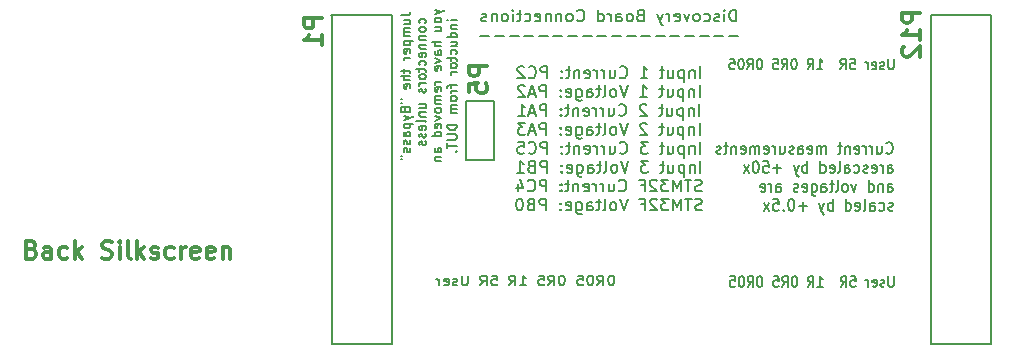
<source format=gbo>
G04 (created by PCBNEW (2013-07-07 BZR 4022)-stable) date 06/11/2013 18:13:25*
%MOIN*%
G04 Gerber Fmt 3.4, Leading zero omitted, Abs format*
%FSLAX34Y34*%
G01*
G70*
G90*
G04 APERTURE LIST*
%ADD10C,0.00590551*%
%ADD11C,0.00787402*%
%ADD12C,0.011811*%
%ADD13R,0.0662992X0.0662992*%
%ADD14C,0.0662992*%
%ADD15R,0.0612992X0.0612992*%
%ADD16C,0.0612992*%
%ADD17C,0.0712992*%
G04 APERTURE END LIST*
G54D10*
G54D11*
X40678Y-33400D02*
X40903Y-33400D01*
X40948Y-33385D01*
X40978Y-33355D01*
X40993Y-33310D01*
X40993Y-33280D01*
X40783Y-33685D02*
X40993Y-33685D01*
X40783Y-33550D02*
X40948Y-33550D01*
X40978Y-33565D01*
X40993Y-33595D01*
X40993Y-33640D01*
X40978Y-33670D01*
X40963Y-33685D01*
X40993Y-33835D02*
X40783Y-33835D01*
X40813Y-33835D02*
X40798Y-33850D01*
X40783Y-33880D01*
X40783Y-33925D01*
X40798Y-33955D01*
X40828Y-33970D01*
X40993Y-33970D01*
X40828Y-33970D02*
X40798Y-33985D01*
X40783Y-34015D01*
X40783Y-34060D01*
X40798Y-34090D01*
X40828Y-34105D01*
X40993Y-34105D01*
X40783Y-34255D02*
X41098Y-34255D01*
X40798Y-34255D02*
X40783Y-34285D01*
X40783Y-34345D01*
X40798Y-34375D01*
X40813Y-34390D01*
X40843Y-34405D01*
X40933Y-34405D01*
X40963Y-34390D01*
X40978Y-34375D01*
X40993Y-34345D01*
X40993Y-34285D01*
X40978Y-34255D01*
X40978Y-34660D02*
X40993Y-34630D01*
X40993Y-34570D01*
X40978Y-34540D01*
X40948Y-34525D01*
X40828Y-34525D01*
X40798Y-34540D01*
X40783Y-34570D01*
X40783Y-34630D01*
X40798Y-34660D01*
X40828Y-34675D01*
X40858Y-34675D01*
X40888Y-34525D01*
X40993Y-34810D02*
X40783Y-34810D01*
X40843Y-34810D02*
X40813Y-34825D01*
X40798Y-34840D01*
X40783Y-34870D01*
X40783Y-34900D01*
X40783Y-35200D02*
X40783Y-35320D01*
X40678Y-35245D02*
X40948Y-35245D01*
X40978Y-35260D01*
X40993Y-35290D01*
X40993Y-35320D01*
X40993Y-35425D02*
X40678Y-35425D01*
X40993Y-35560D02*
X40828Y-35560D01*
X40798Y-35545D01*
X40783Y-35515D01*
X40783Y-35470D01*
X40798Y-35440D01*
X40813Y-35425D01*
X40978Y-35830D02*
X40993Y-35800D01*
X40993Y-35740D01*
X40978Y-35710D01*
X40948Y-35695D01*
X40828Y-35695D01*
X40798Y-35710D01*
X40783Y-35740D01*
X40783Y-35800D01*
X40798Y-35830D01*
X40828Y-35845D01*
X40858Y-35845D01*
X40888Y-35695D01*
X40678Y-36205D02*
X40738Y-36205D01*
X40678Y-36325D02*
X40738Y-36325D01*
X40828Y-36565D02*
X40843Y-36610D01*
X40858Y-36625D01*
X40888Y-36640D01*
X40933Y-36640D01*
X40963Y-36625D01*
X40978Y-36610D01*
X40993Y-36580D01*
X40993Y-36460D01*
X40678Y-36460D01*
X40678Y-36565D01*
X40693Y-36595D01*
X40708Y-36610D01*
X40738Y-36625D01*
X40768Y-36625D01*
X40798Y-36610D01*
X40813Y-36595D01*
X40828Y-36565D01*
X40828Y-36460D01*
X40783Y-36745D02*
X40993Y-36820D01*
X40783Y-36895D02*
X40993Y-36820D01*
X41068Y-36790D01*
X41083Y-36775D01*
X41098Y-36745D01*
X40783Y-37015D02*
X41098Y-37015D01*
X40798Y-37015D02*
X40783Y-37045D01*
X40783Y-37105D01*
X40798Y-37135D01*
X40813Y-37150D01*
X40843Y-37165D01*
X40933Y-37165D01*
X40963Y-37150D01*
X40978Y-37135D01*
X40993Y-37105D01*
X40993Y-37045D01*
X40978Y-37015D01*
X40993Y-37435D02*
X40828Y-37435D01*
X40798Y-37420D01*
X40783Y-37390D01*
X40783Y-37330D01*
X40798Y-37300D01*
X40978Y-37435D02*
X40993Y-37405D01*
X40993Y-37330D01*
X40978Y-37300D01*
X40948Y-37285D01*
X40918Y-37285D01*
X40888Y-37300D01*
X40873Y-37330D01*
X40873Y-37405D01*
X40858Y-37435D01*
X40978Y-37570D02*
X40993Y-37600D01*
X40993Y-37660D01*
X40978Y-37690D01*
X40948Y-37705D01*
X40933Y-37705D01*
X40903Y-37690D01*
X40888Y-37660D01*
X40888Y-37615D01*
X40873Y-37585D01*
X40843Y-37570D01*
X40828Y-37570D01*
X40798Y-37585D01*
X40783Y-37615D01*
X40783Y-37660D01*
X40798Y-37690D01*
X40978Y-37825D02*
X40993Y-37855D01*
X40993Y-37915D01*
X40978Y-37945D01*
X40948Y-37960D01*
X40933Y-37960D01*
X40903Y-37945D01*
X40888Y-37915D01*
X40888Y-37870D01*
X40873Y-37840D01*
X40843Y-37825D01*
X40828Y-37825D01*
X40798Y-37840D01*
X40783Y-37870D01*
X40783Y-37915D01*
X40798Y-37945D01*
X40678Y-38080D02*
X40738Y-38080D01*
X40678Y-38200D02*
X40738Y-38200D01*
X41498Y-33670D02*
X41513Y-33640D01*
X41513Y-33580D01*
X41498Y-33550D01*
X41483Y-33535D01*
X41453Y-33520D01*
X41363Y-33520D01*
X41333Y-33535D01*
X41318Y-33550D01*
X41303Y-33580D01*
X41303Y-33640D01*
X41318Y-33670D01*
X41513Y-33850D02*
X41498Y-33820D01*
X41483Y-33805D01*
X41453Y-33790D01*
X41363Y-33790D01*
X41333Y-33805D01*
X41318Y-33820D01*
X41303Y-33850D01*
X41303Y-33895D01*
X41318Y-33925D01*
X41333Y-33940D01*
X41363Y-33955D01*
X41453Y-33955D01*
X41483Y-33940D01*
X41498Y-33925D01*
X41513Y-33895D01*
X41513Y-33850D01*
X41303Y-34090D02*
X41513Y-34090D01*
X41333Y-34090D02*
X41318Y-34105D01*
X41303Y-34135D01*
X41303Y-34180D01*
X41318Y-34210D01*
X41348Y-34225D01*
X41513Y-34225D01*
X41303Y-34375D02*
X41513Y-34375D01*
X41333Y-34375D02*
X41318Y-34390D01*
X41303Y-34420D01*
X41303Y-34465D01*
X41318Y-34495D01*
X41348Y-34510D01*
X41513Y-34510D01*
X41498Y-34780D02*
X41513Y-34750D01*
X41513Y-34690D01*
X41498Y-34660D01*
X41468Y-34645D01*
X41348Y-34645D01*
X41318Y-34660D01*
X41303Y-34690D01*
X41303Y-34750D01*
X41318Y-34780D01*
X41348Y-34795D01*
X41378Y-34795D01*
X41408Y-34645D01*
X41498Y-35065D02*
X41513Y-35035D01*
X41513Y-34975D01*
X41498Y-34945D01*
X41483Y-34930D01*
X41453Y-34915D01*
X41363Y-34915D01*
X41333Y-34930D01*
X41318Y-34945D01*
X41303Y-34975D01*
X41303Y-35035D01*
X41318Y-35065D01*
X41303Y-35155D02*
X41303Y-35275D01*
X41198Y-35200D02*
X41468Y-35200D01*
X41498Y-35215D01*
X41513Y-35245D01*
X41513Y-35275D01*
X41513Y-35425D02*
X41498Y-35395D01*
X41483Y-35380D01*
X41453Y-35365D01*
X41363Y-35365D01*
X41333Y-35380D01*
X41318Y-35395D01*
X41303Y-35425D01*
X41303Y-35470D01*
X41318Y-35500D01*
X41333Y-35515D01*
X41363Y-35530D01*
X41453Y-35530D01*
X41483Y-35515D01*
X41498Y-35500D01*
X41513Y-35470D01*
X41513Y-35425D01*
X41513Y-35665D02*
X41303Y-35665D01*
X41363Y-35665D02*
X41333Y-35680D01*
X41318Y-35695D01*
X41303Y-35725D01*
X41303Y-35755D01*
X41498Y-35845D02*
X41513Y-35875D01*
X41513Y-35935D01*
X41498Y-35965D01*
X41468Y-35980D01*
X41453Y-35980D01*
X41423Y-35965D01*
X41408Y-35935D01*
X41408Y-35890D01*
X41393Y-35860D01*
X41363Y-35845D01*
X41348Y-35845D01*
X41318Y-35860D01*
X41303Y-35890D01*
X41303Y-35935D01*
X41318Y-35965D01*
X41303Y-36490D02*
X41513Y-36490D01*
X41303Y-36355D02*
X41468Y-36355D01*
X41498Y-36370D01*
X41513Y-36400D01*
X41513Y-36445D01*
X41498Y-36475D01*
X41483Y-36490D01*
X41303Y-36640D02*
X41513Y-36640D01*
X41333Y-36640D02*
X41318Y-36655D01*
X41303Y-36685D01*
X41303Y-36730D01*
X41318Y-36760D01*
X41348Y-36775D01*
X41513Y-36775D01*
X41513Y-36970D02*
X41498Y-36940D01*
X41468Y-36925D01*
X41198Y-36925D01*
X41498Y-37210D02*
X41513Y-37180D01*
X41513Y-37120D01*
X41498Y-37090D01*
X41468Y-37075D01*
X41348Y-37075D01*
X41318Y-37090D01*
X41303Y-37120D01*
X41303Y-37180D01*
X41318Y-37210D01*
X41348Y-37225D01*
X41378Y-37225D01*
X41408Y-37075D01*
X41498Y-37345D02*
X41513Y-37375D01*
X41513Y-37435D01*
X41498Y-37465D01*
X41468Y-37480D01*
X41453Y-37480D01*
X41423Y-37465D01*
X41408Y-37435D01*
X41408Y-37390D01*
X41393Y-37360D01*
X41363Y-37345D01*
X41348Y-37345D01*
X41318Y-37360D01*
X41303Y-37390D01*
X41303Y-37435D01*
X41318Y-37465D01*
X41498Y-37600D02*
X41513Y-37630D01*
X41513Y-37690D01*
X41498Y-37720D01*
X41468Y-37735D01*
X41453Y-37735D01*
X41423Y-37720D01*
X41408Y-37690D01*
X41408Y-37645D01*
X41393Y-37615D01*
X41363Y-37600D01*
X41348Y-37600D01*
X41318Y-37615D01*
X41303Y-37645D01*
X41303Y-37690D01*
X41318Y-37720D01*
X41823Y-33220D02*
X42032Y-33295D01*
X41823Y-33370D02*
X42032Y-33295D01*
X42107Y-33265D01*
X42122Y-33250D01*
X42137Y-33220D01*
X42032Y-33535D02*
X42017Y-33505D01*
X42002Y-33490D01*
X41973Y-33475D01*
X41883Y-33475D01*
X41853Y-33490D01*
X41838Y-33505D01*
X41823Y-33535D01*
X41823Y-33580D01*
X41838Y-33610D01*
X41853Y-33625D01*
X41883Y-33640D01*
X41973Y-33640D01*
X42002Y-33625D01*
X42017Y-33610D01*
X42032Y-33580D01*
X42032Y-33535D01*
X41823Y-33910D02*
X42032Y-33910D01*
X41823Y-33775D02*
X41988Y-33775D01*
X42017Y-33790D01*
X42032Y-33820D01*
X42032Y-33865D01*
X42017Y-33895D01*
X42002Y-33910D01*
X42032Y-34300D02*
X41718Y-34300D01*
X42032Y-34435D02*
X41868Y-34435D01*
X41838Y-34420D01*
X41823Y-34390D01*
X41823Y-34345D01*
X41838Y-34315D01*
X41853Y-34300D01*
X42032Y-34720D02*
X41868Y-34720D01*
X41838Y-34705D01*
X41823Y-34675D01*
X41823Y-34615D01*
X41838Y-34585D01*
X42017Y-34720D02*
X42032Y-34690D01*
X42032Y-34615D01*
X42017Y-34585D01*
X41988Y-34570D01*
X41958Y-34570D01*
X41928Y-34585D01*
X41913Y-34615D01*
X41913Y-34690D01*
X41898Y-34720D01*
X41823Y-34840D02*
X42032Y-34915D01*
X41823Y-34990D01*
X42017Y-35230D02*
X42032Y-35200D01*
X42032Y-35140D01*
X42017Y-35110D01*
X41988Y-35095D01*
X41868Y-35095D01*
X41838Y-35110D01*
X41823Y-35140D01*
X41823Y-35200D01*
X41838Y-35230D01*
X41868Y-35245D01*
X41898Y-35245D01*
X41928Y-35095D01*
X42032Y-35620D02*
X41823Y-35620D01*
X41883Y-35620D02*
X41853Y-35635D01*
X41838Y-35650D01*
X41823Y-35680D01*
X41823Y-35710D01*
X42017Y-35935D02*
X42032Y-35905D01*
X42032Y-35845D01*
X42017Y-35815D01*
X41988Y-35800D01*
X41868Y-35800D01*
X41838Y-35815D01*
X41823Y-35845D01*
X41823Y-35905D01*
X41838Y-35935D01*
X41868Y-35950D01*
X41898Y-35950D01*
X41928Y-35800D01*
X42032Y-36085D02*
X41823Y-36085D01*
X41853Y-36085D02*
X41838Y-36100D01*
X41823Y-36130D01*
X41823Y-36175D01*
X41838Y-36205D01*
X41868Y-36220D01*
X42032Y-36220D01*
X41868Y-36220D02*
X41838Y-36235D01*
X41823Y-36265D01*
X41823Y-36310D01*
X41838Y-36340D01*
X41868Y-36355D01*
X42032Y-36355D01*
X42032Y-36550D02*
X42017Y-36520D01*
X42002Y-36505D01*
X41973Y-36490D01*
X41883Y-36490D01*
X41853Y-36505D01*
X41838Y-36520D01*
X41823Y-36550D01*
X41823Y-36595D01*
X41838Y-36625D01*
X41853Y-36640D01*
X41883Y-36655D01*
X41973Y-36655D01*
X42002Y-36640D01*
X42017Y-36625D01*
X42032Y-36595D01*
X42032Y-36550D01*
X41823Y-36760D02*
X42032Y-36835D01*
X41823Y-36910D01*
X42017Y-37150D02*
X42032Y-37120D01*
X42032Y-37060D01*
X42017Y-37030D01*
X41988Y-37015D01*
X41868Y-37015D01*
X41838Y-37030D01*
X41823Y-37060D01*
X41823Y-37120D01*
X41838Y-37150D01*
X41868Y-37165D01*
X41898Y-37165D01*
X41928Y-37015D01*
X42032Y-37435D02*
X41718Y-37435D01*
X42017Y-37435D02*
X42032Y-37405D01*
X42032Y-37345D01*
X42017Y-37315D01*
X42002Y-37300D01*
X41973Y-37285D01*
X41883Y-37285D01*
X41853Y-37300D01*
X41838Y-37315D01*
X41823Y-37345D01*
X41823Y-37405D01*
X41838Y-37435D01*
X42032Y-37960D02*
X41868Y-37960D01*
X41838Y-37945D01*
X41823Y-37915D01*
X41823Y-37855D01*
X41838Y-37825D01*
X42017Y-37960D02*
X42032Y-37930D01*
X42032Y-37855D01*
X42017Y-37825D01*
X41988Y-37810D01*
X41958Y-37810D01*
X41928Y-37825D01*
X41913Y-37855D01*
X41913Y-37930D01*
X41898Y-37960D01*
X41823Y-38110D02*
X42032Y-38110D01*
X41853Y-38110D02*
X41838Y-38125D01*
X41823Y-38155D01*
X41823Y-38200D01*
X41838Y-38230D01*
X41868Y-38245D01*
X42032Y-38245D01*
X42552Y-33558D02*
X42342Y-33558D01*
X42237Y-33558D02*
X42252Y-33543D01*
X42267Y-33558D01*
X42252Y-33573D01*
X42237Y-33558D01*
X42267Y-33558D01*
X42342Y-33708D02*
X42552Y-33708D01*
X42372Y-33708D02*
X42357Y-33723D01*
X42342Y-33753D01*
X42342Y-33798D01*
X42357Y-33828D01*
X42387Y-33843D01*
X42552Y-33843D01*
X42552Y-34128D02*
X42237Y-34128D01*
X42537Y-34128D02*
X42552Y-34098D01*
X42552Y-34038D01*
X42537Y-34008D01*
X42522Y-33993D01*
X42492Y-33978D01*
X42402Y-33978D01*
X42372Y-33993D01*
X42357Y-34008D01*
X42342Y-34038D01*
X42342Y-34098D01*
X42357Y-34128D01*
X42342Y-34413D02*
X42552Y-34413D01*
X42342Y-34278D02*
X42507Y-34278D01*
X42537Y-34293D01*
X42552Y-34323D01*
X42552Y-34368D01*
X42537Y-34398D01*
X42522Y-34413D01*
X42537Y-34698D02*
X42552Y-34668D01*
X42552Y-34608D01*
X42537Y-34578D01*
X42522Y-34563D01*
X42492Y-34548D01*
X42402Y-34548D01*
X42372Y-34563D01*
X42357Y-34578D01*
X42342Y-34608D01*
X42342Y-34668D01*
X42357Y-34698D01*
X42342Y-34788D02*
X42342Y-34908D01*
X42237Y-34833D02*
X42507Y-34833D01*
X42537Y-34848D01*
X42552Y-34878D01*
X42552Y-34908D01*
X42552Y-35058D02*
X42537Y-35028D01*
X42522Y-35013D01*
X42492Y-34998D01*
X42402Y-34998D01*
X42372Y-35013D01*
X42357Y-35028D01*
X42342Y-35058D01*
X42342Y-35103D01*
X42357Y-35133D01*
X42372Y-35148D01*
X42402Y-35163D01*
X42492Y-35163D01*
X42522Y-35148D01*
X42537Y-35133D01*
X42552Y-35103D01*
X42552Y-35058D01*
X42552Y-35298D02*
X42342Y-35298D01*
X42402Y-35298D02*
X42372Y-35313D01*
X42357Y-35328D01*
X42342Y-35358D01*
X42342Y-35388D01*
X42342Y-35688D02*
X42342Y-35808D01*
X42552Y-35733D02*
X42282Y-35733D01*
X42252Y-35748D01*
X42237Y-35778D01*
X42237Y-35808D01*
X42552Y-35913D02*
X42342Y-35913D01*
X42402Y-35913D02*
X42372Y-35928D01*
X42357Y-35943D01*
X42342Y-35973D01*
X42342Y-36003D01*
X42552Y-36152D02*
X42537Y-36122D01*
X42522Y-36107D01*
X42492Y-36092D01*
X42402Y-36092D01*
X42372Y-36107D01*
X42357Y-36122D01*
X42342Y-36152D01*
X42342Y-36197D01*
X42357Y-36227D01*
X42372Y-36242D01*
X42402Y-36257D01*
X42492Y-36257D01*
X42522Y-36242D01*
X42537Y-36227D01*
X42552Y-36197D01*
X42552Y-36152D01*
X42552Y-36392D02*
X42342Y-36392D01*
X42372Y-36392D02*
X42357Y-36407D01*
X42342Y-36437D01*
X42342Y-36482D01*
X42357Y-36512D01*
X42387Y-36527D01*
X42552Y-36527D01*
X42387Y-36527D02*
X42357Y-36542D01*
X42342Y-36572D01*
X42342Y-36617D01*
X42357Y-36647D01*
X42387Y-36662D01*
X42552Y-36662D01*
X42552Y-37052D02*
X42237Y-37052D01*
X42237Y-37127D01*
X42252Y-37172D01*
X42282Y-37202D01*
X42312Y-37217D01*
X42372Y-37232D01*
X42417Y-37232D01*
X42477Y-37217D01*
X42507Y-37202D01*
X42537Y-37172D01*
X42552Y-37127D01*
X42552Y-37052D01*
X42237Y-37367D02*
X42492Y-37367D01*
X42522Y-37382D01*
X42537Y-37397D01*
X42552Y-37427D01*
X42552Y-37487D01*
X42537Y-37517D01*
X42522Y-37532D01*
X42492Y-37547D01*
X42237Y-37547D01*
X42237Y-37652D02*
X42237Y-37832D01*
X42552Y-37742D02*
X42237Y-37742D01*
X42522Y-37937D02*
X42537Y-37952D01*
X42552Y-37937D01*
X42537Y-37922D01*
X42522Y-37937D01*
X42552Y-37937D01*
X42854Y-36279D02*
X42854Y-38228D01*
X43779Y-36259D02*
X42854Y-36259D01*
X43779Y-38228D02*
X43779Y-36259D01*
X42854Y-38228D02*
X43779Y-38228D01*
G54D12*
X43565Y-35095D02*
X42975Y-35095D01*
X42975Y-35320D01*
X43003Y-35376D01*
X43031Y-35404D01*
X43087Y-35433D01*
X43172Y-35433D01*
X43228Y-35404D01*
X43256Y-35376D01*
X43284Y-35320D01*
X43284Y-35095D01*
X42975Y-35967D02*
X42975Y-35686D01*
X43256Y-35658D01*
X43228Y-35686D01*
X43200Y-35742D01*
X43200Y-35883D01*
X43228Y-35939D01*
X43256Y-35967D01*
X43312Y-35995D01*
X43453Y-35995D01*
X43509Y-35967D01*
X43537Y-35939D01*
X43565Y-35883D01*
X43565Y-35742D01*
X43537Y-35686D01*
X43509Y-35658D01*
G54D11*
X47710Y-42076D02*
X47677Y-42076D01*
X47643Y-42091D01*
X47626Y-42106D01*
X47609Y-42136D01*
X47592Y-42196D01*
X47592Y-42271D01*
X47609Y-42331D01*
X47626Y-42361D01*
X47643Y-42376D01*
X47677Y-42391D01*
X47710Y-42391D01*
X47744Y-42376D01*
X47761Y-42361D01*
X47778Y-42331D01*
X47795Y-42271D01*
X47795Y-42196D01*
X47778Y-42136D01*
X47761Y-42106D01*
X47744Y-42091D01*
X47710Y-42076D01*
X47238Y-42391D02*
X47356Y-42241D01*
X47440Y-42391D02*
X47440Y-42076D01*
X47305Y-42076D01*
X47272Y-42091D01*
X47255Y-42106D01*
X47238Y-42136D01*
X47238Y-42181D01*
X47255Y-42211D01*
X47272Y-42226D01*
X47305Y-42241D01*
X47440Y-42241D01*
X47019Y-42076D02*
X46985Y-42076D01*
X46951Y-42091D01*
X46934Y-42106D01*
X46917Y-42136D01*
X46901Y-42196D01*
X46901Y-42271D01*
X46917Y-42331D01*
X46934Y-42361D01*
X46951Y-42376D01*
X46985Y-42391D01*
X47019Y-42391D01*
X47052Y-42376D01*
X47069Y-42361D01*
X47086Y-42331D01*
X47103Y-42271D01*
X47103Y-42196D01*
X47086Y-42136D01*
X47069Y-42106D01*
X47052Y-42091D01*
X47019Y-42076D01*
X46580Y-42076D02*
X46749Y-42076D01*
X46766Y-42226D01*
X46749Y-42211D01*
X46715Y-42196D01*
X46631Y-42196D01*
X46597Y-42211D01*
X46580Y-42226D01*
X46563Y-42256D01*
X46563Y-42331D01*
X46580Y-42361D01*
X46597Y-42376D01*
X46631Y-42391D01*
X46715Y-42391D01*
X46749Y-42376D01*
X46766Y-42361D01*
X46074Y-42076D02*
X46040Y-42076D01*
X46006Y-42091D01*
X45989Y-42106D01*
X45973Y-42136D01*
X45956Y-42196D01*
X45956Y-42271D01*
X45973Y-42331D01*
X45989Y-42361D01*
X46006Y-42376D01*
X46040Y-42391D01*
X46074Y-42391D01*
X46107Y-42376D01*
X46124Y-42361D01*
X46141Y-42331D01*
X46158Y-42271D01*
X46158Y-42196D01*
X46141Y-42136D01*
X46124Y-42106D01*
X46107Y-42091D01*
X46074Y-42076D01*
X45601Y-42391D02*
X45719Y-42241D01*
X45804Y-42391D02*
X45804Y-42076D01*
X45669Y-42076D01*
X45635Y-42091D01*
X45618Y-42106D01*
X45601Y-42136D01*
X45601Y-42181D01*
X45618Y-42211D01*
X45635Y-42226D01*
X45669Y-42241D01*
X45804Y-42241D01*
X45281Y-42076D02*
X45449Y-42076D01*
X45466Y-42226D01*
X45449Y-42211D01*
X45416Y-42196D01*
X45331Y-42196D01*
X45298Y-42211D01*
X45281Y-42226D01*
X45264Y-42256D01*
X45264Y-42331D01*
X45281Y-42361D01*
X45298Y-42376D01*
X45331Y-42391D01*
X45416Y-42391D01*
X45449Y-42376D01*
X45466Y-42361D01*
X44656Y-42391D02*
X44859Y-42391D01*
X44758Y-42391D02*
X44758Y-42076D01*
X44791Y-42121D01*
X44825Y-42151D01*
X44859Y-42166D01*
X44302Y-42391D02*
X44420Y-42241D01*
X44505Y-42391D02*
X44505Y-42076D01*
X44370Y-42076D01*
X44336Y-42091D01*
X44319Y-42106D01*
X44302Y-42136D01*
X44302Y-42181D01*
X44319Y-42211D01*
X44336Y-42226D01*
X44370Y-42241D01*
X44505Y-42241D01*
X43712Y-42076D02*
X43880Y-42076D01*
X43897Y-42226D01*
X43880Y-42211D01*
X43847Y-42196D01*
X43762Y-42196D01*
X43728Y-42211D01*
X43712Y-42226D01*
X43695Y-42256D01*
X43695Y-42331D01*
X43712Y-42361D01*
X43728Y-42376D01*
X43762Y-42391D01*
X43847Y-42391D01*
X43880Y-42376D01*
X43897Y-42361D01*
X43340Y-42391D02*
X43458Y-42241D01*
X43543Y-42391D02*
X43543Y-42076D01*
X43408Y-42076D01*
X43374Y-42091D01*
X43357Y-42106D01*
X43340Y-42136D01*
X43340Y-42181D01*
X43357Y-42211D01*
X43374Y-42226D01*
X43408Y-42241D01*
X43543Y-42241D01*
X42919Y-42076D02*
X42919Y-42331D01*
X42902Y-42361D01*
X42885Y-42376D01*
X42851Y-42391D01*
X42784Y-42391D01*
X42750Y-42376D01*
X42733Y-42361D01*
X42716Y-42331D01*
X42716Y-42076D01*
X42564Y-42376D02*
X42530Y-42391D01*
X42463Y-42391D01*
X42429Y-42376D01*
X42412Y-42346D01*
X42412Y-42331D01*
X42429Y-42301D01*
X42463Y-42286D01*
X42514Y-42286D01*
X42547Y-42271D01*
X42564Y-42241D01*
X42564Y-42226D01*
X42547Y-42196D01*
X42514Y-42181D01*
X42463Y-42181D01*
X42429Y-42196D01*
X42125Y-42376D02*
X42159Y-42391D01*
X42227Y-42391D01*
X42260Y-42376D01*
X42277Y-42346D01*
X42277Y-42226D01*
X42260Y-42196D01*
X42227Y-42181D01*
X42159Y-42181D01*
X42125Y-42196D01*
X42109Y-42226D01*
X42109Y-42256D01*
X42277Y-42286D01*
X41957Y-42391D02*
X41957Y-42181D01*
X41957Y-42241D02*
X41940Y-42211D01*
X41923Y-42196D01*
X41889Y-42181D01*
X41856Y-42181D01*
X57109Y-34848D02*
X57109Y-35134D01*
X57094Y-35168D01*
X57079Y-35185D01*
X57049Y-35202D01*
X56989Y-35202D01*
X56959Y-35185D01*
X56944Y-35168D01*
X56929Y-35134D01*
X56929Y-34848D01*
X56794Y-35185D02*
X56764Y-35202D01*
X56704Y-35202D01*
X56674Y-35185D01*
X56659Y-35151D01*
X56659Y-35134D01*
X56674Y-35101D01*
X56704Y-35084D01*
X56749Y-35084D01*
X56779Y-35067D01*
X56794Y-35033D01*
X56794Y-35016D01*
X56779Y-34983D01*
X56749Y-34966D01*
X56704Y-34966D01*
X56674Y-34983D01*
X56404Y-35185D02*
X56434Y-35202D01*
X56494Y-35202D01*
X56524Y-35185D01*
X56539Y-35151D01*
X56539Y-35016D01*
X56524Y-34983D01*
X56494Y-34966D01*
X56434Y-34966D01*
X56404Y-34983D01*
X56389Y-35016D01*
X56389Y-35050D01*
X56539Y-35084D01*
X56254Y-35202D02*
X56254Y-34966D01*
X56254Y-35033D02*
X56239Y-35000D01*
X56224Y-34983D01*
X56194Y-34966D01*
X56164Y-34966D01*
X55669Y-34848D02*
X55819Y-34848D01*
X55834Y-35016D01*
X55819Y-35000D01*
X55789Y-34983D01*
X55714Y-34983D01*
X55684Y-35000D01*
X55669Y-35016D01*
X55654Y-35050D01*
X55654Y-35134D01*
X55669Y-35168D01*
X55684Y-35185D01*
X55714Y-35202D01*
X55789Y-35202D01*
X55819Y-35185D01*
X55834Y-35168D01*
X55339Y-35202D02*
X55444Y-35033D01*
X55519Y-35202D02*
X55519Y-34848D01*
X55399Y-34848D01*
X55369Y-34865D01*
X55354Y-34881D01*
X55339Y-34915D01*
X55339Y-34966D01*
X55354Y-35000D01*
X55369Y-35016D01*
X55399Y-35033D01*
X55519Y-35033D01*
X54559Y-35202D02*
X54739Y-35202D01*
X54649Y-35202D02*
X54649Y-34848D01*
X54679Y-34898D01*
X54709Y-34932D01*
X54739Y-34949D01*
X54244Y-35202D02*
X54349Y-35033D01*
X54424Y-35202D02*
X54424Y-34848D01*
X54304Y-34848D01*
X54274Y-34865D01*
X54259Y-34881D01*
X54244Y-34915D01*
X54244Y-34966D01*
X54259Y-35000D01*
X54274Y-35016D01*
X54304Y-35033D01*
X54424Y-35033D01*
X53809Y-34848D02*
X53779Y-34848D01*
X53750Y-34865D01*
X53735Y-34881D01*
X53720Y-34915D01*
X53705Y-34983D01*
X53705Y-35067D01*
X53720Y-35134D01*
X53735Y-35168D01*
X53750Y-35185D01*
X53779Y-35202D01*
X53809Y-35202D01*
X53839Y-35185D01*
X53854Y-35168D01*
X53869Y-35134D01*
X53884Y-35067D01*
X53884Y-34983D01*
X53869Y-34915D01*
X53854Y-34881D01*
X53839Y-34865D01*
X53809Y-34848D01*
X53390Y-35202D02*
X53495Y-35033D01*
X53570Y-35202D02*
X53570Y-34848D01*
X53450Y-34848D01*
X53420Y-34865D01*
X53405Y-34881D01*
X53390Y-34915D01*
X53390Y-34966D01*
X53405Y-35000D01*
X53420Y-35016D01*
X53450Y-35033D01*
X53570Y-35033D01*
X53105Y-34848D02*
X53255Y-34848D01*
X53270Y-35016D01*
X53255Y-35000D01*
X53225Y-34983D01*
X53150Y-34983D01*
X53120Y-35000D01*
X53105Y-35016D01*
X53090Y-35050D01*
X53090Y-35134D01*
X53105Y-35168D01*
X53120Y-35185D01*
X53150Y-35202D01*
X53225Y-35202D01*
X53255Y-35185D01*
X53270Y-35168D01*
X52655Y-34848D02*
X52625Y-34848D01*
X52595Y-34865D01*
X52580Y-34881D01*
X52565Y-34915D01*
X52550Y-34983D01*
X52550Y-35067D01*
X52565Y-35134D01*
X52580Y-35168D01*
X52595Y-35185D01*
X52625Y-35202D01*
X52655Y-35202D01*
X52685Y-35185D01*
X52700Y-35168D01*
X52715Y-35134D01*
X52730Y-35067D01*
X52730Y-34983D01*
X52715Y-34915D01*
X52700Y-34881D01*
X52685Y-34865D01*
X52655Y-34848D01*
X52235Y-35202D02*
X52340Y-35033D01*
X52415Y-35202D02*
X52415Y-34848D01*
X52295Y-34848D01*
X52265Y-34865D01*
X52250Y-34881D01*
X52235Y-34915D01*
X52235Y-34966D01*
X52250Y-35000D01*
X52265Y-35016D01*
X52295Y-35033D01*
X52415Y-35033D01*
X52040Y-34848D02*
X52010Y-34848D01*
X51980Y-34865D01*
X51965Y-34881D01*
X51950Y-34915D01*
X51935Y-34983D01*
X51935Y-35067D01*
X51950Y-35134D01*
X51965Y-35168D01*
X51980Y-35185D01*
X52010Y-35202D01*
X52040Y-35202D01*
X52070Y-35185D01*
X52085Y-35168D01*
X52100Y-35134D01*
X52115Y-35067D01*
X52115Y-34983D01*
X52100Y-34915D01*
X52085Y-34881D01*
X52070Y-34865D01*
X52040Y-34848D01*
X51650Y-34848D02*
X51800Y-34848D01*
X51815Y-35016D01*
X51800Y-35000D01*
X51770Y-34983D01*
X51695Y-34983D01*
X51665Y-35000D01*
X51650Y-35016D01*
X51635Y-35050D01*
X51635Y-35134D01*
X51650Y-35168D01*
X51665Y-35185D01*
X51695Y-35202D01*
X51770Y-35202D01*
X51800Y-35185D01*
X51815Y-35168D01*
X57119Y-42092D02*
X57119Y-42379D01*
X57104Y-42412D01*
X57089Y-42429D01*
X57059Y-42446D01*
X56999Y-42446D01*
X56969Y-42429D01*
X56954Y-42412D01*
X56939Y-42379D01*
X56939Y-42092D01*
X56804Y-42429D02*
X56774Y-42446D01*
X56714Y-42446D01*
X56684Y-42429D01*
X56669Y-42395D01*
X56669Y-42379D01*
X56684Y-42345D01*
X56714Y-42328D01*
X56759Y-42328D01*
X56789Y-42311D01*
X56804Y-42277D01*
X56804Y-42260D01*
X56789Y-42227D01*
X56759Y-42210D01*
X56714Y-42210D01*
X56684Y-42227D01*
X56414Y-42429D02*
X56444Y-42446D01*
X56504Y-42446D01*
X56534Y-42429D01*
X56549Y-42395D01*
X56549Y-42260D01*
X56534Y-42227D01*
X56504Y-42210D01*
X56444Y-42210D01*
X56414Y-42227D01*
X56399Y-42260D01*
X56399Y-42294D01*
X56549Y-42328D01*
X56264Y-42446D02*
X56264Y-42210D01*
X56264Y-42277D02*
X56249Y-42244D01*
X56234Y-42227D01*
X56204Y-42210D01*
X56174Y-42210D01*
X55679Y-42092D02*
X55829Y-42092D01*
X55844Y-42260D01*
X55829Y-42244D01*
X55799Y-42227D01*
X55724Y-42227D01*
X55694Y-42244D01*
X55679Y-42260D01*
X55664Y-42294D01*
X55664Y-42379D01*
X55679Y-42412D01*
X55694Y-42429D01*
X55724Y-42446D01*
X55799Y-42446D01*
X55829Y-42429D01*
X55844Y-42412D01*
X55349Y-42446D02*
X55454Y-42277D01*
X55529Y-42446D02*
X55529Y-42092D01*
X55409Y-42092D01*
X55379Y-42109D01*
X55364Y-42125D01*
X55349Y-42159D01*
X55349Y-42210D01*
X55364Y-42244D01*
X55379Y-42260D01*
X55409Y-42277D01*
X55529Y-42277D01*
X54569Y-42446D02*
X54749Y-42446D01*
X54659Y-42446D02*
X54659Y-42092D01*
X54689Y-42142D01*
X54719Y-42176D01*
X54749Y-42193D01*
X54254Y-42446D02*
X54359Y-42277D01*
X54434Y-42446D02*
X54434Y-42092D01*
X54314Y-42092D01*
X54284Y-42109D01*
X54269Y-42125D01*
X54254Y-42159D01*
X54254Y-42210D01*
X54269Y-42244D01*
X54284Y-42260D01*
X54314Y-42277D01*
X54434Y-42277D01*
X53819Y-42092D02*
X53789Y-42092D01*
X53759Y-42109D01*
X53744Y-42125D01*
X53729Y-42159D01*
X53714Y-42227D01*
X53714Y-42311D01*
X53729Y-42379D01*
X53744Y-42412D01*
X53759Y-42429D01*
X53789Y-42446D01*
X53819Y-42446D01*
X53849Y-42429D01*
X53864Y-42412D01*
X53879Y-42379D01*
X53894Y-42311D01*
X53894Y-42227D01*
X53879Y-42159D01*
X53864Y-42125D01*
X53849Y-42109D01*
X53819Y-42092D01*
X53399Y-42446D02*
X53504Y-42277D01*
X53579Y-42446D02*
X53579Y-42092D01*
X53459Y-42092D01*
X53429Y-42109D01*
X53414Y-42125D01*
X53399Y-42159D01*
X53399Y-42210D01*
X53414Y-42244D01*
X53429Y-42260D01*
X53459Y-42277D01*
X53579Y-42277D01*
X53114Y-42092D02*
X53264Y-42092D01*
X53279Y-42260D01*
X53264Y-42244D01*
X53234Y-42227D01*
X53159Y-42227D01*
X53129Y-42244D01*
X53114Y-42260D01*
X53099Y-42294D01*
X53099Y-42379D01*
X53114Y-42412D01*
X53129Y-42429D01*
X53159Y-42446D01*
X53234Y-42446D01*
X53264Y-42429D01*
X53279Y-42412D01*
X52664Y-42092D02*
X52634Y-42092D01*
X52604Y-42109D01*
X52589Y-42125D01*
X52574Y-42159D01*
X52559Y-42227D01*
X52559Y-42311D01*
X52574Y-42379D01*
X52589Y-42412D01*
X52604Y-42429D01*
X52634Y-42446D01*
X52664Y-42446D01*
X52694Y-42429D01*
X52709Y-42412D01*
X52724Y-42379D01*
X52739Y-42311D01*
X52739Y-42227D01*
X52724Y-42159D01*
X52709Y-42125D01*
X52694Y-42109D01*
X52664Y-42092D01*
X52245Y-42446D02*
X52350Y-42277D01*
X52425Y-42446D02*
X52425Y-42092D01*
X52305Y-42092D01*
X52275Y-42109D01*
X52260Y-42125D01*
X52245Y-42159D01*
X52245Y-42210D01*
X52260Y-42244D01*
X52275Y-42260D01*
X52305Y-42277D01*
X52425Y-42277D01*
X52050Y-42092D02*
X52020Y-42092D01*
X51990Y-42109D01*
X51975Y-42125D01*
X51960Y-42159D01*
X51945Y-42227D01*
X51945Y-42311D01*
X51960Y-42379D01*
X51975Y-42412D01*
X51990Y-42429D01*
X52020Y-42446D01*
X52050Y-42446D01*
X52080Y-42429D01*
X52095Y-42412D01*
X52110Y-42379D01*
X52125Y-42311D01*
X52125Y-42227D01*
X52110Y-42159D01*
X52095Y-42125D01*
X52080Y-42109D01*
X52050Y-42092D01*
X51660Y-42092D02*
X51810Y-42092D01*
X51825Y-42260D01*
X51810Y-42244D01*
X51780Y-42227D01*
X51705Y-42227D01*
X51675Y-42244D01*
X51660Y-42260D01*
X51645Y-42294D01*
X51645Y-42379D01*
X51660Y-42412D01*
X51675Y-42429D01*
X51705Y-42446D01*
X51780Y-42446D01*
X51810Y-42429D01*
X51825Y-42412D01*
X56868Y-37986D02*
X56885Y-38004D01*
X56936Y-38023D01*
X56969Y-38023D01*
X57020Y-38004D01*
X57054Y-37967D01*
X57071Y-37929D01*
X57088Y-37854D01*
X57088Y-37798D01*
X57071Y-37723D01*
X57054Y-37686D01*
X57020Y-37648D01*
X56969Y-37629D01*
X56936Y-37629D01*
X56885Y-37648D01*
X56868Y-37667D01*
X56564Y-37761D02*
X56564Y-38023D01*
X56716Y-37761D02*
X56716Y-37967D01*
X56699Y-38004D01*
X56666Y-38023D01*
X56615Y-38023D01*
X56581Y-38004D01*
X56564Y-37986D01*
X56396Y-38023D02*
X56396Y-37761D01*
X56396Y-37836D02*
X56379Y-37798D01*
X56362Y-37779D01*
X56328Y-37761D01*
X56294Y-37761D01*
X56176Y-38023D02*
X56176Y-37761D01*
X56176Y-37836D02*
X56160Y-37798D01*
X56143Y-37779D01*
X56109Y-37761D01*
X56075Y-37761D01*
X55822Y-38004D02*
X55856Y-38023D01*
X55923Y-38023D01*
X55957Y-38004D01*
X55974Y-37967D01*
X55974Y-37817D01*
X55957Y-37779D01*
X55923Y-37761D01*
X55856Y-37761D01*
X55822Y-37779D01*
X55805Y-37817D01*
X55805Y-37854D01*
X55974Y-37892D01*
X55653Y-37761D02*
X55653Y-38023D01*
X55653Y-37798D02*
X55636Y-37779D01*
X55603Y-37761D01*
X55552Y-37761D01*
X55518Y-37779D01*
X55501Y-37817D01*
X55501Y-38023D01*
X55383Y-37761D02*
X55248Y-37761D01*
X55333Y-37629D02*
X55333Y-37967D01*
X55316Y-38004D01*
X55282Y-38023D01*
X55248Y-38023D01*
X54860Y-38023D02*
X54860Y-37761D01*
X54860Y-37798D02*
X54843Y-37779D01*
X54810Y-37761D01*
X54759Y-37761D01*
X54725Y-37779D01*
X54708Y-37817D01*
X54708Y-38023D01*
X54708Y-37817D02*
X54692Y-37779D01*
X54658Y-37761D01*
X54607Y-37761D01*
X54573Y-37779D01*
X54557Y-37817D01*
X54557Y-38023D01*
X54253Y-38004D02*
X54287Y-38023D01*
X54354Y-38023D01*
X54388Y-38004D01*
X54405Y-37967D01*
X54405Y-37817D01*
X54388Y-37779D01*
X54354Y-37761D01*
X54287Y-37761D01*
X54253Y-37779D01*
X54236Y-37817D01*
X54236Y-37854D01*
X54405Y-37892D01*
X53932Y-38023D02*
X53932Y-37817D01*
X53949Y-37779D01*
X53983Y-37761D01*
X54050Y-37761D01*
X54084Y-37779D01*
X53932Y-38004D02*
X53966Y-38023D01*
X54050Y-38023D01*
X54084Y-38004D01*
X54101Y-37967D01*
X54101Y-37929D01*
X54084Y-37892D01*
X54050Y-37873D01*
X53966Y-37873D01*
X53932Y-37854D01*
X53780Y-38004D02*
X53747Y-38023D01*
X53679Y-38023D01*
X53645Y-38004D01*
X53629Y-37967D01*
X53629Y-37948D01*
X53645Y-37911D01*
X53679Y-37892D01*
X53730Y-37892D01*
X53764Y-37873D01*
X53780Y-37836D01*
X53780Y-37817D01*
X53764Y-37779D01*
X53730Y-37761D01*
X53679Y-37761D01*
X53645Y-37779D01*
X53325Y-37761D02*
X53325Y-38023D01*
X53477Y-37761D02*
X53477Y-37967D01*
X53460Y-38004D01*
X53426Y-38023D01*
X53375Y-38023D01*
X53342Y-38004D01*
X53325Y-37986D01*
X53156Y-38023D02*
X53156Y-37761D01*
X53156Y-37836D02*
X53139Y-37798D01*
X53122Y-37779D01*
X53089Y-37761D01*
X53055Y-37761D01*
X52802Y-38004D02*
X52836Y-38023D01*
X52903Y-38023D01*
X52937Y-38004D01*
X52954Y-37967D01*
X52954Y-37817D01*
X52937Y-37779D01*
X52903Y-37761D01*
X52836Y-37761D01*
X52802Y-37779D01*
X52785Y-37817D01*
X52785Y-37854D01*
X52954Y-37892D01*
X52633Y-38023D02*
X52633Y-37761D01*
X52633Y-37798D02*
X52616Y-37779D01*
X52582Y-37761D01*
X52532Y-37761D01*
X52498Y-37779D01*
X52481Y-37817D01*
X52481Y-38023D01*
X52481Y-37817D02*
X52464Y-37779D01*
X52431Y-37761D01*
X52380Y-37761D01*
X52346Y-37779D01*
X52329Y-37817D01*
X52329Y-38023D01*
X52026Y-38004D02*
X52059Y-38023D01*
X52127Y-38023D01*
X52161Y-38004D01*
X52178Y-37967D01*
X52178Y-37817D01*
X52161Y-37779D01*
X52127Y-37761D01*
X52059Y-37761D01*
X52026Y-37779D01*
X52009Y-37817D01*
X52009Y-37854D01*
X52178Y-37892D01*
X51857Y-37761D02*
X51857Y-38023D01*
X51857Y-37798D02*
X51840Y-37779D01*
X51806Y-37761D01*
X51756Y-37761D01*
X51722Y-37779D01*
X51705Y-37817D01*
X51705Y-38023D01*
X51587Y-37761D02*
X51452Y-37761D01*
X51536Y-37629D02*
X51536Y-37967D01*
X51519Y-38004D01*
X51486Y-38023D01*
X51452Y-38023D01*
X51351Y-38004D02*
X51317Y-38023D01*
X51249Y-38023D01*
X51216Y-38004D01*
X51199Y-37967D01*
X51199Y-37948D01*
X51216Y-37911D01*
X51249Y-37892D01*
X51300Y-37892D01*
X51334Y-37873D01*
X51351Y-37836D01*
X51351Y-37817D01*
X51334Y-37779D01*
X51300Y-37761D01*
X51249Y-37761D01*
X51216Y-37779D01*
X56919Y-38653D02*
X56919Y-38447D01*
X56936Y-38409D01*
X56969Y-38390D01*
X57037Y-38390D01*
X57071Y-38409D01*
X56919Y-38634D02*
X56953Y-38653D01*
X57037Y-38653D01*
X57071Y-38634D01*
X57088Y-38597D01*
X57088Y-38559D01*
X57071Y-38522D01*
X57037Y-38503D01*
X56953Y-38503D01*
X56919Y-38484D01*
X56750Y-38653D02*
X56750Y-38390D01*
X56750Y-38465D02*
X56733Y-38428D01*
X56716Y-38409D01*
X56683Y-38390D01*
X56649Y-38390D01*
X56396Y-38634D02*
X56429Y-38653D01*
X56497Y-38653D01*
X56531Y-38634D01*
X56548Y-38597D01*
X56548Y-38447D01*
X56531Y-38409D01*
X56497Y-38390D01*
X56429Y-38390D01*
X56396Y-38409D01*
X56379Y-38447D01*
X56379Y-38484D01*
X56548Y-38522D01*
X56244Y-38634D02*
X56210Y-38653D01*
X56143Y-38653D01*
X56109Y-38634D01*
X56092Y-38597D01*
X56092Y-38578D01*
X56109Y-38540D01*
X56143Y-38522D01*
X56193Y-38522D01*
X56227Y-38503D01*
X56244Y-38465D01*
X56244Y-38447D01*
X56227Y-38409D01*
X56193Y-38390D01*
X56143Y-38390D01*
X56109Y-38409D01*
X55788Y-38634D02*
X55822Y-38653D01*
X55890Y-38653D01*
X55923Y-38634D01*
X55940Y-38615D01*
X55957Y-38578D01*
X55957Y-38465D01*
X55940Y-38428D01*
X55923Y-38409D01*
X55890Y-38390D01*
X55822Y-38390D01*
X55788Y-38409D01*
X55485Y-38653D02*
X55485Y-38447D01*
X55501Y-38409D01*
X55535Y-38390D01*
X55603Y-38390D01*
X55636Y-38409D01*
X55485Y-38634D02*
X55518Y-38653D01*
X55603Y-38653D01*
X55636Y-38634D01*
X55653Y-38597D01*
X55653Y-38559D01*
X55636Y-38522D01*
X55603Y-38503D01*
X55518Y-38503D01*
X55485Y-38484D01*
X55265Y-38653D02*
X55299Y-38634D01*
X55316Y-38597D01*
X55316Y-38259D01*
X54995Y-38634D02*
X55029Y-38653D01*
X55097Y-38653D01*
X55130Y-38634D01*
X55147Y-38597D01*
X55147Y-38447D01*
X55130Y-38409D01*
X55097Y-38390D01*
X55029Y-38390D01*
X54995Y-38409D01*
X54978Y-38447D01*
X54978Y-38484D01*
X55147Y-38522D01*
X54675Y-38653D02*
X54675Y-38259D01*
X54675Y-38634D02*
X54708Y-38653D01*
X54776Y-38653D01*
X54810Y-38634D01*
X54827Y-38615D01*
X54843Y-38578D01*
X54843Y-38465D01*
X54827Y-38428D01*
X54810Y-38409D01*
X54776Y-38390D01*
X54708Y-38390D01*
X54675Y-38409D01*
X54236Y-38653D02*
X54236Y-38259D01*
X54236Y-38409D02*
X54202Y-38390D01*
X54135Y-38390D01*
X54101Y-38409D01*
X54084Y-38428D01*
X54067Y-38465D01*
X54067Y-38578D01*
X54084Y-38615D01*
X54101Y-38634D01*
X54135Y-38653D01*
X54202Y-38653D01*
X54236Y-38634D01*
X53949Y-38390D02*
X53865Y-38653D01*
X53780Y-38390D02*
X53865Y-38653D01*
X53899Y-38747D01*
X53915Y-38765D01*
X53949Y-38784D01*
X53375Y-38503D02*
X53106Y-38503D01*
X53241Y-38653D02*
X53241Y-38353D01*
X52768Y-38259D02*
X52937Y-38259D01*
X52954Y-38447D01*
X52937Y-38428D01*
X52903Y-38409D01*
X52819Y-38409D01*
X52785Y-38428D01*
X52768Y-38447D01*
X52751Y-38484D01*
X52751Y-38578D01*
X52768Y-38615D01*
X52785Y-38634D01*
X52819Y-38653D01*
X52903Y-38653D01*
X52937Y-38634D01*
X52954Y-38615D01*
X52532Y-38259D02*
X52498Y-38259D01*
X52464Y-38278D01*
X52447Y-38297D01*
X52431Y-38334D01*
X52414Y-38409D01*
X52414Y-38503D01*
X52431Y-38578D01*
X52447Y-38615D01*
X52464Y-38634D01*
X52498Y-38653D01*
X52532Y-38653D01*
X52566Y-38634D01*
X52582Y-38615D01*
X52599Y-38578D01*
X52616Y-38503D01*
X52616Y-38409D01*
X52599Y-38334D01*
X52582Y-38297D01*
X52566Y-38278D01*
X52532Y-38259D01*
X52296Y-38653D02*
X52110Y-38390D01*
X52296Y-38390D02*
X52110Y-38653D01*
X56919Y-39283D02*
X56919Y-39077D01*
X56936Y-39039D01*
X56969Y-39020D01*
X57037Y-39020D01*
X57071Y-39039D01*
X56919Y-39264D02*
X56953Y-39283D01*
X57037Y-39283D01*
X57071Y-39264D01*
X57088Y-39227D01*
X57088Y-39189D01*
X57071Y-39152D01*
X57037Y-39133D01*
X56953Y-39133D01*
X56919Y-39114D01*
X56750Y-39020D02*
X56750Y-39283D01*
X56750Y-39058D02*
X56733Y-39039D01*
X56699Y-39020D01*
X56649Y-39020D01*
X56615Y-39039D01*
X56598Y-39077D01*
X56598Y-39283D01*
X56278Y-39283D02*
X56278Y-38889D01*
X56278Y-39264D02*
X56311Y-39283D01*
X56379Y-39283D01*
X56413Y-39264D01*
X56429Y-39245D01*
X56446Y-39208D01*
X56446Y-39095D01*
X56429Y-39058D01*
X56413Y-39039D01*
X56379Y-39020D01*
X56311Y-39020D01*
X56278Y-39039D01*
X55873Y-39020D02*
X55788Y-39283D01*
X55704Y-39020D01*
X55518Y-39283D02*
X55552Y-39264D01*
X55569Y-39245D01*
X55586Y-39208D01*
X55586Y-39095D01*
X55569Y-39058D01*
X55552Y-39039D01*
X55518Y-39020D01*
X55468Y-39020D01*
X55434Y-39039D01*
X55417Y-39058D01*
X55400Y-39095D01*
X55400Y-39208D01*
X55417Y-39245D01*
X55434Y-39264D01*
X55468Y-39283D01*
X55518Y-39283D01*
X55198Y-39283D02*
X55232Y-39264D01*
X55248Y-39227D01*
X55248Y-38889D01*
X55113Y-39020D02*
X54978Y-39020D01*
X55063Y-38889D02*
X55063Y-39227D01*
X55046Y-39264D01*
X55012Y-39283D01*
X54978Y-39283D01*
X54708Y-39283D02*
X54708Y-39077D01*
X54725Y-39039D01*
X54759Y-39020D01*
X54827Y-39020D01*
X54860Y-39039D01*
X54708Y-39264D02*
X54742Y-39283D01*
X54827Y-39283D01*
X54860Y-39264D01*
X54877Y-39227D01*
X54877Y-39189D01*
X54860Y-39152D01*
X54827Y-39133D01*
X54742Y-39133D01*
X54708Y-39114D01*
X54388Y-39020D02*
X54388Y-39339D01*
X54405Y-39377D01*
X54422Y-39395D01*
X54455Y-39414D01*
X54506Y-39414D01*
X54540Y-39395D01*
X54388Y-39264D02*
X54422Y-39283D01*
X54489Y-39283D01*
X54523Y-39264D01*
X54540Y-39245D01*
X54557Y-39208D01*
X54557Y-39095D01*
X54540Y-39058D01*
X54523Y-39039D01*
X54489Y-39020D01*
X54422Y-39020D01*
X54388Y-39039D01*
X54084Y-39264D02*
X54118Y-39283D01*
X54185Y-39283D01*
X54219Y-39264D01*
X54236Y-39227D01*
X54236Y-39077D01*
X54219Y-39039D01*
X54185Y-39020D01*
X54118Y-39020D01*
X54084Y-39039D01*
X54067Y-39077D01*
X54067Y-39114D01*
X54236Y-39152D01*
X53932Y-39264D02*
X53899Y-39283D01*
X53831Y-39283D01*
X53797Y-39264D01*
X53780Y-39227D01*
X53780Y-39208D01*
X53797Y-39170D01*
X53831Y-39152D01*
X53882Y-39152D01*
X53915Y-39133D01*
X53932Y-39095D01*
X53932Y-39077D01*
X53915Y-39039D01*
X53882Y-39020D01*
X53831Y-39020D01*
X53797Y-39039D01*
X53207Y-39283D02*
X53207Y-39077D01*
X53224Y-39039D01*
X53257Y-39020D01*
X53325Y-39020D01*
X53359Y-39039D01*
X53207Y-39264D02*
X53241Y-39283D01*
X53325Y-39283D01*
X53359Y-39264D01*
X53375Y-39227D01*
X53375Y-39189D01*
X53359Y-39152D01*
X53325Y-39133D01*
X53241Y-39133D01*
X53207Y-39114D01*
X53038Y-39283D02*
X53038Y-39020D01*
X53038Y-39095D02*
X53021Y-39058D01*
X53004Y-39039D01*
X52971Y-39020D01*
X52937Y-39020D01*
X52684Y-39264D02*
X52717Y-39283D01*
X52785Y-39283D01*
X52819Y-39264D01*
X52836Y-39227D01*
X52836Y-39077D01*
X52819Y-39039D01*
X52785Y-39020D01*
X52717Y-39020D01*
X52684Y-39039D01*
X52667Y-39077D01*
X52667Y-39114D01*
X52836Y-39152D01*
X57088Y-39894D02*
X57054Y-39913D01*
X56986Y-39913D01*
X56953Y-39894D01*
X56936Y-39857D01*
X56936Y-39838D01*
X56953Y-39800D01*
X56986Y-39782D01*
X57037Y-39782D01*
X57071Y-39763D01*
X57088Y-39725D01*
X57088Y-39707D01*
X57071Y-39669D01*
X57037Y-39650D01*
X56986Y-39650D01*
X56953Y-39669D01*
X56632Y-39894D02*
X56666Y-39913D01*
X56733Y-39913D01*
X56767Y-39894D01*
X56784Y-39875D01*
X56801Y-39838D01*
X56801Y-39725D01*
X56784Y-39688D01*
X56767Y-39669D01*
X56733Y-39650D01*
X56666Y-39650D01*
X56632Y-39669D01*
X56328Y-39913D02*
X56328Y-39707D01*
X56345Y-39669D01*
X56379Y-39650D01*
X56446Y-39650D01*
X56480Y-39669D01*
X56328Y-39894D02*
X56362Y-39913D01*
X56446Y-39913D01*
X56480Y-39894D01*
X56497Y-39857D01*
X56497Y-39819D01*
X56480Y-39782D01*
X56446Y-39763D01*
X56362Y-39763D01*
X56328Y-39744D01*
X56109Y-39913D02*
X56143Y-39894D01*
X56160Y-39857D01*
X56160Y-39519D01*
X55839Y-39894D02*
X55873Y-39913D01*
X55940Y-39913D01*
X55974Y-39894D01*
X55991Y-39857D01*
X55991Y-39707D01*
X55974Y-39669D01*
X55940Y-39650D01*
X55873Y-39650D01*
X55839Y-39669D01*
X55822Y-39707D01*
X55822Y-39744D01*
X55991Y-39782D01*
X55518Y-39913D02*
X55518Y-39519D01*
X55518Y-39894D02*
X55552Y-39913D01*
X55620Y-39913D01*
X55653Y-39894D01*
X55670Y-39875D01*
X55687Y-39838D01*
X55687Y-39725D01*
X55670Y-39688D01*
X55653Y-39669D01*
X55620Y-39650D01*
X55552Y-39650D01*
X55518Y-39669D01*
X55080Y-39913D02*
X55080Y-39519D01*
X55080Y-39669D02*
X55046Y-39650D01*
X54978Y-39650D01*
X54945Y-39669D01*
X54928Y-39688D01*
X54911Y-39725D01*
X54911Y-39838D01*
X54928Y-39875D01*
X54945Y-39894D01*
X54978Y-39913D01*
X55046Y-39913D01*
X55080Y-39894D01*
X54793Y-39650D02*
X54708Y-39913D01*
X54624Y-39650D02*
X54708Y-39913D01*
X54742Y-40007D01*
X54759Y-40025D01*
X54793Y-40044D01*
X54219Y-39763D02*
X53949Y-39763D01*
X54084Y-39913D02*
X54084Y-39613D01*
X53713Y-39519D02*
X53679Y-39519D01*
X53645Y-39538D01*
X53629Y-39557D01*
X53612Y-39594D01*
X53595Y-39669D01*
X53595Y-39763D01*
X53612Y-39838D01*
X53629Y-39875D01*
X53645Y-39894D01*
X53679Y-39913D01*
X53713Y-39913D01*
X53747Y-39894D01*
X53764Y-39875D01*
X53780Y-39838D01*
X53797Y-39763D01*
X53797Y-39669D01*
X53780Y-39594D01*
X53764Y-39557D01*
X53747Y-39538D01*
X53713Y-39519D01*
X53443Y-39875D02*
X53426Y-39894D01*
X53443Y-39913D01*
X53460Y-39894D01*
X53443Y-39875D01*
X53443Y-39913D01*
X53106Y-39519D02*
X53274Y-39519D01*
X53291Y-39707D01*
X53274Y-39688D01*
X53241Y-39669D01*
X53156Y-39669D01*
X53122Y-39688D01*
X53106Y-39707D01*
X53089Y-39744D01*
X53089Y-39838D01*
X53106Y-39875D01*
X53122Y-39894D01*
X53156Y-39913D01*
X53241Y-39913D01*
X53274Y-39894D01*
X53291Y-39875D01*
X52971Y-39913D02*
X52785Y-39650D01*
X52971Y-39650D02*
X52785Y-39913D01*
X51864Y-33604D02*
X51864Y-33210D01*
X51771Y-33210D01*
X51714Y-33229D01*
X51677Y-33266D01*
X51658Y-33304D01*
X51639Y-33379D01*
X51639Y-33435D01*
X51658Y-33510D01*
X51677Y-33547D01*
X51714Y-33585D01*
X51771Y-33604D01*
X51864Y-33604D01*
X51471Y-33604D02*
X51471Y-33341D01*
X51471Y-33210D02*
X51489Y-33229D01*
X51471Y-33248D01*
X51452Y-33229D01*
X51471Y-33210D01*
X51471Y-33248D01*
X51302Y-33585D02*
X51264Y-33604D01*
X51190Y-33604D01*
X51152Y-33585D01*
X51133Y-33547D01*
X51133Y-33529D01*
X51152Y-33491D01*
X51190Y-33473D01*
X51246Y-33473D01*
X51283Y-33454D01*
X51302Y-33416D01*
X51302Y-33398D01*
X51283Y-33360D01*
X51246Y-33341D01*
X51190Y-33341D01*
X51152Y-33360D01*
X50796Y-33585D02*
X50833Y-33604D01*
X50908Y-33604D01*
X50946Y-33585D01*
X50965Y-33566D01*
X50983Y-33529D01*
X50983Y-33416D01*
X50965Y-33379D01*
X50946Y-33360D01*
X50908Y-33341D01*
X50833Y-33341D01*
X50796Y-33360D01*
X50571Y-33604D02*
X50608Y-33585D01*
X50627Y-33566D01*
X50646Y-33529D01*
X50646Y-33416D01*
X50627Y-33379D01*
X50608Y-33360D01*
X50571Y-33341D01*
X50515Y-33341D01*
X50477Y-33360D01*
X50458Y-33379D01*
X50440Y-33416D01*
X50440Y-33529D01*
X50458Y-33566D01*
X50477Y-33585D01*
X50515Y-33604D01*
X50571Y-33604D01*
X50308Y-33341D02*
X50215Y-33604D01*
X50121Y-33341D01*
X49821Y-33585D02*
X49858Y-33604D01*
X49933Y-33604D01*
X49971Y-33585D01*
X49990Y-33547D01*
X49990Y-33398D01*
X49971Y-33360D01*
X49933Y-33341D01*
X49858Y-33341D01*
X49821Y-33360D01*
X49802Y-33398D01*
X49802Y-33435D01*
X49990Y-33473D01*
X49633Y-33604D02*
X49633Y-33341D01*
X49633Y-33416D02*
X49615Y-33379D01*
X49596Y-33360D01*
X49558Y-33341D01*
X49521Y-33341D01*
X49427Y-33341D02*
X49333Y-33604D01*
X49240Y-33341D02*
X49333Y-33604D01*
X49371Y-33697D01*
X49390Y-33716D01*
X49427Y-33735D01*
X48659Y-33398D02*
X48602Y-33416D01*
X48584Y-33435D01*
X48565Y-33473D01*
X48565Y-33529D01*
X48584Y-33566D01*
X48602Y-33585D01*
X48640Y-33604D01*
X48790Y-33604D01*
X48790Y-33210D01*
X48659Y-33210D01*
X48621Y-33229D01*
X48602Y-33248D01*
X48584Y-33285D01*
X48584Y-33323D01*
X48602Y-33360D01*
X48621Y-33379D01*
X48659Y-33398D01*
X48790Y-33398D01*
X48340Y-33604D02*
X48377Y-33585D01*
X48396Y-33566D01*
X48415Y-33529D01*
X48415Y-33416D01*
X48396Y-33379D01*
X48377Y-33360D01*
X48340Y-33341D01*
X48284Y-33341D01*
X48246Y-33360D01*
X48227Y-33379D01*
X48209Y-33416D01*
X48209Y-33529D01*
X48227Y-33566D01*
X48246Y-33585D01*
X48284Y-33604D01*
X48340Y-33604D01*
X47871Y-33604D02*
X47871Y-33398D01*
X47890Y-33360D01*
X47927Y-33341D01*
X48002Y-33341D01*
X48040Y-33360D01*
X47871Y-33585D02*
X47909Y-33604D01*
X48002Y-33604D01*
X48040Y-33585D01*
X48059Y-33547D01*
X48059Y-33510D01*
X48040Y-33473D01*
X48002Y-33454D01*
X47909Y-33454D01*
X47871Y-33435D01*
X47684Y-33604D02*
X47684Y-33341D01*
X47684Y-33416D02*
X47665Y-33379D01*
X47646Y-33360D01*
X47609Y-33341D01*
X47571Y-33341D01*
X47271Y-33604D02*
X47271Y-33210D01*
X47271Y-33585D02*
X47309Y-33604D01*
X47384Y-33604D01*
X47421Y-33585D01*
X47440Y-33566D01*
X47459Y-33529D01*
X47459Y-33416D01*
X47440Y-33379D01*
X47421Y-33360D01*
X47384Y-33341D01*
X47309Y-33341D01*
X47271Y-33360D01*
X46559Y-33566D02*
X46578Y-33585D01*
X46634Y-33604D01*
X46671Y-33604D01*
X46728Y-33585D01*
X46765Y-33547D01*
X46784Y-33510D01*
X46803Y-33435D01*
X46803Y-33379D01*
X46784Y-33304D01*
X46765Y-33266D01*
X46728Y-33229D01*
X46671Y-33210D01*
X46634Y-33210D01*
X46578Y-33229D01*
X46559Y-33248D01*
X46334Y-33604D02*
X46371Y-33585D01*
X46390Y-33566D01*
X46409Y-33529D01*
X46409Y-33416D01*
X46390Y-33379D01*
X46371Y-33360D01*
X46334Y-33341D01*
X46278Y-33341D01*
X46240Y-33360D01*
X46221Y-33379D01*
X46203Y-33416D01*
X46203Y-33529D01*
X46221Y-33566D01*
X46240Y-33585D01*
X46278Y-33604D01*
X46334Y-33604D01*
X46034Y-33341D02*
X46034Y-33604D01*
X46034Y-33379D02*
X46015Y-33360D01*
X45978Y-33341D01*
X45921Y-33341D01*
X45884Y-33360D01*
X45865Y-33398D01*
X45865Y-33604D01*
X45678Y-33341D02*
X45678Y-33604D01*
X45678Y-33379D02*
X45659Y-33360D01*
X45621Y-33341D01*
X45565Y-33341D01*
X45528Y-33360D01*
X45509Y-33398D01*
X45509Y-33604D01*
X45172Y-33585D02*
X45209Y-33604D01*
X45284Y-33604D01*
X45321Y-33585D01*
X45340Y-33547D01*
X45340Y-33398D01*
X45321Y-33360D01*
X45284Y-33341D01*
X45209Y-33341D01*
X45172Y-33360D01*
X45153Y-33398D01*
X45153Y-33435D01*
X45340Y-33473D01*
X44815Y-33585D02*
X44853Y-33604D01*
X44928Y-33604D01*
X44965Y-33585D01*
X44984Y-33566D01*
X45003Y-33529D01*
X45003Y-33416D01*
X44984Y-33379D01*
X44965Y-33360D01*
X44928Y-33341D01*
X44853Y-33341D01*
X44815Y-33360D01*
X44703Y-33341D02*
X44553Y-33341D01*
X44647Y-33210D02*
X44647Y-33547D01*
X44628Y-33585D01*
X44590Y-33604D01*
X44553Y-33604D01*
X44422Y-33604D02*
X44422Y-33341D01*
X44422Y-33210D02*
X44440Y-33229D01*
X44422Y-33248D01*
X44403Y-33229D01*
X44422Y-33210D01*
X44422Y-33248D01*
X44178Y-33604D02*
X44215Y-33585D01*
X44234Y-33566D01*
X44253Y-33529D01*
X44253Y-33416D01*
X44234Y-33379D01*
X44215Y-33360D01*
X44178Y-33341D01*
X44122Y-33341D01*
X44084Y-33360D01*
X44065Y-33379D01*
X44047Y-33416D01*
X44047Y-33529D01*
X44065Y-33566D01*
X44084Y-33585D01*
X44122Y-33604D01*
X44178Y-33604D01*
X43878Y-33341D02*
X43878Y-33604D01*
X43878Y-33379D02*
X43859Y-33360D01*
X43822Y-33341D01*
X43765Y-33341D01*
X43728Y-33360D01*
X43709Y-33398D01*
X43709Y-33604D01*
X43540Y-33585D02*
X43503Y-33604D01*
X43428Y-33604D01*
X43390Y-33585D01*
X43372Y-33547D01*
X43372Y-33529D01*
X43390Y-33491D01*
X43428Y-33473D01*
X43484Y-33473D01*
X43522Y-33454D01*
X43540Y-33416D01*
X43540Y-33398D01*
X43522Y-33360D01*
X43484Y-33341D01*
X43428Y-33341D01*
X43390Y-33360D01*
X51921Y-34084D02*
X51621Y-34084D01*
X51433Y-34084D02*
X51133Y-34084D01*
X50946Y-34084D02*
X50646Y-34084D01*
X50458Y-34084D02*
X50158Y-34084D01*
X49971Y-34084D02*
X49671Y-34084D01*
X49483Y-34084D02*
X49184Y-34084D01*
X48996Y-34084D02*
X48696Y-34084D01*
X48509Y-34084D02*
X48209Y-34084D01*
X48021Y-34084D02*
X47721Y-34084D01*
X47534Y-34084D02*
X47234Y-34084D01*
X47046Y-34084D02*
X46746Y-34084D01*
X46559Y-34084D02*
X46259Y-34084D01*
X46071Y-34084D02*
X45771Y-34084D01*
X45584Y-34084D02*
X45284Y-34084D01*
X45097Y-34084D02*
X44797Y-34084D01*
X44609Y-34084D02*
X44309Y-34084D01*
X44122Y-34084D02*
X43822Y-34084D01*
X43634Y-34084D02*
X43334Y-34084D01*
X50665Y-35494D02*
X50665Y-35100D01*
X50477Y-35231D02*
X50477Y-35494D01*
X50477Y-35269D02*
X50458Y-35250D01*
X50421Y-35231D01*
X50365Y-35231D01*
X50327Y-35250D01*
X50308Y-35287D01*
X50308Y-35494D01*
X50121Y-35231D02*
X50121Y-35625D01*
X50121Y-35250D02*
X50083Y-35231D01*
X50008Y-35231D01*
X49971Y-35250D01*
X49952Y-35269D01*
X49933Y-35306D01*
X49933Y-35419D01*
X49952Y-35456D01*
X49971Y-35475D01*
X50008Y-35494D01*
X50083Y-35494D01*
X50121Y-35475D01*
X49596Y-35231D02*
X49596Y-35494D01*
X49765Y-35231D02*
X49765Y-35437D01*
X49746Y-35475D01*
X49708Y-35494D01*
X49652Y-35494D01*
X49615Y-35475D01*
X49596Y-35456D01*
X49465Y-35231D02*
X49315Y-35231D01*
X49408Y-35100D02*
X49408Y-35437D01*
X49390Y-35475D01*
X49352Y-35494D01*
X49315Y-35494D01*
X48677Y-35494D02*
X48902Y-35494D01*
X48790Y-35494D02*
X48790Y-35100D01*
X48827Y-35156D01*
X48865Y-35194D01*
X48902Y-35212D01*
X47984Y-35456D02*
X48002Y-35475D01*
X48059Y-35494D01*
X48096Y-35494D01*
X48152Y-35475D01*
X48190Y-35437D01*
X48209Y-35400D01*
X48227Y-35325D01*
X48227Y-35269D01*
X48209Y-35194D01*
X48190Y-35156D01*
X48152Y-35119D01*
X48096Y-35100D01*
X48059Y-35100D01*
X48002Y-35119D01*
X47984Y-35137D01*
X47646Y-35231D02*
X47646Y-35494D01*
X47815Y-35231D02*
X47815Y-35437D01*
X47796Y-35475D01*
X47759Y-35494D01*
X47702Y-35494D01*
X47665Y-35475D01*
X47646Y-35456D01*
X47459Y-35494D02*
X47459Y-35231D01*
X47459Y-35306D02*
X47440Y-35269D01*
X47421Y-35250D01*
X47384Y-35231D01*
X47346Y-35231D01*
X47215Y-35494D02*
X47215Y-35231D01*
X47215Y-35306D02*
X47196Y-35269D01*
X47178Y-35250D01*
X47140Y-35231D01*
X47103Y-35231D01*
X46821Y-35475D02*
X46859Y-35494D01*
X46934Y-35494D01*
X46971Y-35475D01*
X46990Y-35437D01*
X46990Y-35287D01*
X46971Y-35250D01*
X46934Y-35231D01*
X46859Y-35231D01*
X46821Y-35250D01*
X46803Y-35287D01*
X46803Y-35325D01*
X46990Y-35362D01*
X46634Y-35231D02*
X46634Y-35494D01*
X46634Y-35269D02*
X46615Y-35250D01*
X46578Y-35231D01*
X46521Y-35231D01*
X46484Y-35250D01*
X46465Y-35287D01*
X46465Y-35494D01*
X46334Y-35231D02*
X46184Y-35231D01*
X46278Y-35100D02*
X46278Y-35437D01*
X46259Y-35475D01*
X46221Y-35494D01*
X46184Y-35494D01*
X46053Y-35456D02*
X46034Y-35475D01*
X46053Y-35494D01*
X46071Y-35475D01*
X46053Y-35456D01*
X46053Y-35494D01*
X46053Y-35250D02*
X46034Y-35269D01*
X46053Y-35287D01*
X46071Y-35269D01*
X46053Y-35250D01*
X46053Y-35287D01*
X45565Y-35494D02*
X45565Y-35100D01*
X45415Y-35100D01*
X45378Y-35119D01*
X45359Y-35137D01*
X45340Y-35175D01*
X45340Y-35231D01*
X45359Y-35269D01*
X45378Y-35287D01*
X45415Y-35306D01*
X45565Y-35306D01*
X44947Y-35456D02*
X44965Y-35475D01*
X45022Y-35494D01*
X45059Y-35494D01*
X45115Y-35475D01*
X45153Y-35437D01*
X45172Y-35400D01*
X45190Y-35325D01*
X45190Y-35269D01*
X45172Y-35194D01*
X45153Y-35156D01*
X45115Y-35119D01*
X45059Y-35100D01*
X45022Y-35100D01*
X44965Y-35119D01*
X44947Y-35137D01*
X44797Y-35137D02*
X44778Y-35119D01*
X44740Y-35100D01*
X44647Y-35100D01*
X44609Y-35119D01*
X44590Y-35137D01*
X44572Y-35175D01*
X44572Y-35212D01*
X44590Y-35269D01*
X44815Y-35494D01*
X44572Y-35494D01*
X50646Y-36123D02*
X50646Y-35730D01*
X50458Y-35861D02*
X50458Y-36123D01*
X50458Y-35898D02*
X50440Y-35880D01*
X50402Y-35861D01*
X50346Y-35861D01*
X50308Y-35880D01*
X50290Y-35917D01*
X50290Y-36123D01*
X50102Y-35861D02*
X50102Y-36255D01*
X50102Y-35880D02*
X50065Y-35861D01*
X49990Y-35861D01*
X49952Y-35880D01*
X49933Y-35898D01*
X49915Y-35936D01*
X49915Y-36048D01*
X49933Y-36086D01*
X49952Y-36105D01*
X49990Y-36123D01*
X50065Y-36123D01*
X50102Y-36105D01*
X49577Y-35861D02*
X49577Y-36123D01*
X49746Y-35861D02*
X49746Y-36067D01*
X49727Y-36105D01*
X49690Y-36123D01*
X49633Y-36123D01*
X49596Y-36105D01*
X49577Y-36086D01*
X49446Y-35861D02*
X49296Y-35861D01*
X49390Y-35730D02*
X49390Y-36067D01*
X49371Y-36105D01*
X49333Y-36123D01*
X49296Y-36123D01*
X48659Y-36123D02*
X48884Y-36123D01*
X48771Y-36123D02*
X48771Y-35730D01*
X48809Y-35786D01*
X48846Y-35823D01*
X48884Y-35842D01*
X48246Y-35730D02*
X48115Y-36123D01*
X47984Y-35730D01*
X47796Y-36123D02*
X47834Y-36105D01*
X47852Y-36086D01*
X47871Y-36048D01*
X47871Y-35936D01*
X47852Y-35898D01*
X47834Y-35880D01*
X47796Y-35861D01*
X47740Y-35861D01*
X47702Y-35880D01*
X47684Y-35898D01*
X47665Y-35936D01*
X47665Y-36048D01*
X47684Y-36086D01*
X47702Y-36105D01*
X47740Y-36123D01*
X47796Y-36123D01*
X47440Y-36123D02*
X47477Y-36105D01*
X47496Y-36067D01*
X47496Y-35730D01*
X47346Y-35861D02*
X47196Y-35861D01*
X47290Y-35730D02*
X47290Y-36067D01*
X47271Y-36105D01*
X47234Y-36123D01*
X47196Y-36123D01*
X46896Y-36123D02*
X46896Y-35917D01*
X46915Y-35880D01*
X46953Y-35861D01*
X47028Y-35861D01*
X47065Y-35880D01*
X46896Y-36105D02*
X46934Y-36123D01*
X47028Y-36123D01*
X47065Y-36105D01*
X47084Y-36067D01*
X47084Y-36030D01*
X47065Y-35992D01*
X47028Y-35973D01*
X46934Y-35973D01*
X46896Y-35955D01*
X46540Y-35861D02*
X46540Y-36180D01*
X46559Y-36217D01*
X46578Y-36236D01*
X46615Y-36255D01*
X46671Y-36255D01*
X46709Y-36236D01*
X46540Y-36105D02*
X46578Y-36123D01*
X46653Y-36123D01*
X46690Y-36105D01*
X46709Y-36086D01*
X46728Y-36048D01*
X46728Y-35936D01*
X46709Y-35898D01*
X46690Y-35880D01*
X46653Y-35861D01*
X46578Y-35861D01*
X46540Y-35880D01*
X46203Y-36105D02*
X46240Y-36123D01*
X46315Y-36123D01*
X46353Y-36105D01*
X46371Y-36067D01*
X46371Y-35917D01*
X46353Y-35880D01*
X46315Y-35861D01*
X46240Y-35861D01*
X46203Y-35880D01*
X46184Y-35917D01*
X46184Y-35955D01*
X46371Y-35992D01*
X46015Y-36086D02*
X45996Y-36105D01*
X46015Y-36123D01*
X46034Y-36105D01*
X46015Y-36086D01*
X46015Y-36123D01*
X46015Y-35880D02*
X45996Y-35898D01*
X46015Y-35917D01*
X46034Y-35898D01*
X46015Y-35880D01*
X46015Y-35917D01*
X45528Y-36123D02*
X45528Y-35730D01*
X45378Y-35730D01*
X45340Y-35748D01*
X45321Y-35767D01*
X45303Y-35805D01*
X45303Y-35861D01*
X45321Y-35898D01*
X45340Y-35917D01*
X45378Y-35936D01*
X45528Y-35936D01*
X45153Y-36011D02*
X44965Y-36011D01*
X45190Y-36123D02*
X45059Y-35730D01*
X44928Y-36123D01*
X44815Y-35767D02*
X44797Y-35748D01*
X44759Y-35730D01*
X44665Y-35730D01*
X44628Y-35748D01*
X44609Y-35767D01*
X44590Y-35805D01*
X44590Y-35842D01*
X44609Y-35898D01*
X44834Y-36123D01*
X44590Y-36123D01*
X50636Y-36753D02*
X50636Y-36360D01*
X50449Y-36491D02*
X50449Y-36753D01*
X50449Y-36528D02*
X50430Y-36510D01*
X50393Y-36491D01*
X50336Y-36491D01*
X50299Y-36510D01*
X50280Y-36547D01*
X50280Y-36753D01*
X50093Y-36491D02*
X50093Y-36885D01*
X50093Y-36510D02*
X50055Y-36491D01*
X49980Y-36491D01*
X49943Y-36510D01*
X49924Y-36528D01*
X49905Y-36566D01*
X49905Y-36678D01*
X49924Y-36716D01*
X49943Y-36735D01*
X49980Y-36753D01*
X50055Y-36753D01*
X50093Y-36735D01*
X49568Y-36491D02*
X49568Y-36753D01*
X49737Y-36491D02*
X49737Y-36697D01*
X49718Y-36735D01*
X49680Y-36753D01*
X49624Y-36753D01*
X49587Y-36735D01*
X49568Y-36716D01*
X49437Y-36491D02*
X49287Y-36491D01*
X49380Y-36360D02*
X49380Y-36697D01*
X49362Y-36735D01*
X49324Y-36753D01*
X49287Y-36753D01*
X48874Y-36397D02*
X48855Y-36378D01*
X48818Y-36360D01*
X48724Y-36360D01*
X48687Y-36378D01*
X48668Y-36397D01*
X48649Y-36435D01*
X48649Y-36472D01*
X48668Y-36528D01*
X48893Y-36753D01*
X48649Y-36753D01*
X47956Y-36716D02*
X47974Y-36735D01*
X48031Y-36753D01*
X48068Y-36753D01*
X48124Y-36735D01*
X48162Y-36697D01*
X48181Y-36660D01*
X48199Y-36585D01*
X48199Y-36528D01*
X48181Y-36453D01*
X48162Y-36416D01*
X48124Y-36378D01*
X48068Y-36360D01*
X48031Y-36360D01*
X47974Y-36378D01*
X47956Y-36397D01*
X47618Y-36491D02*
X47618Y-36753D01*
X47787Y-36491D02*
X47787Y-36697D01*
X47768Y-36735D01*
X47731Y-36753D01*
X47674Y-36753D01*
X47637Y-36735D01*
X47618Y-36716D01*
X47431Y-36753D02*
X47431Y-36491D01*
X47431Y-36566D02*
X47412Y-36528D01*
X47393Y-36510D01*
X47356Y-36491D01*
X47318Y-36491D01*
X47187Y-36753D02*
X47187Y-36491D01*
X47187Y-36566D02*
X47168Y-36528D01*
X47149Y-36510D01*
X47112Y-36491D01*
X47074Y-36491D01*
X46793Y-36735D02*
X46831Y-36753D01*
X46906Y-36753D01*
X46943Y-36735D01*
X46962Y-36697D01*
X46962Y-36547D01*
X46943Y-36510D01*
X46906Y-36491D01*
X46831Y-36491D01*
X46793Y-36510D01*
X46774Y-36547D01*
X46774Y-36585D01*
X46962Y-36622D01*
X46606Y-36491D02*
X46606Y-36753D01*
X46606Y-36528D02*
X46587Y-36510D01*
X46549Y-36491D01*
X46493Y-36491D01*
X46456Y-36510D01*
X46437Y-36547D01*
X46437Y-36753D01*
X46306Y-36491D02*
X46156Y-36491D01*
X46249Y-36360D02*
X46249Y-36697D01*
X46231Y-36735D01*
X46193Y-36753D01*
X46156Y-36753D01*
X46025Y-36716D02*
X46006Y-36735D01*
X46025Y-36753D01*
X46043Y-36735D01*
X46025Y-36716D01*
X46025Y-36753D01*
X46025Y-36510D02*
X46006Y-36528D01*
X46025Y-36547D01*
X46043Y-36528D01*
X46025Y-36510D01*
X46025Y-36547D01*
X45537Y-36753D02*
X45537Y-36360D01*
X45387Y-36360D01*
X45350Y-36378D01*
X45331Y-36397D01*
X45312Y-36435D01*
X45312Y-36491D01*
X45331Y-36528D01*
X45350Y-36547D01*
X45387Y-36566D01*
X45537Y-36566D01*
X45162Y-36641D02*
X44975Y-36641D01*
X45200Y-36753D02*
X45068Y-36360D01*
X44937Y-36753D01*
X44600Y-36753D02*
X44825Y-36753D01*
X44712Y-36753D02*
X44712Y-36360D01*
X44750Y-36416D01*
X44787Y-36453D01*
X44825Y-36472D01*
X50646Y-37383D02*
X50646Y-36990D01*
X50458Y-37121D02*
X50458Y-37383D01*
X50458Y-37158D02*
X50440Y-37140D01*
X50402Y-37121D01*
X50346Y-37121D01*
X50308Y-37140D01*
X50290Y-37177D01*
X50290Y-37383D01*
X50102Y-37121D02*
X50102Y-37514D01*
X50102Y-37140D02*
X50065Y-37121D01*
X49990Y-37121D01*
X49952Y-37140D01*
X49933Y-37158D01*
X49915Y-37196D01*
X49915Y-37308D01*
X49933Y-37346D01*
X49952Y-37365D01*
X49990Y-37383D01*
X50065Y-37383D01*
X50102Y-37365D01*
X49577Y-37121D02*
X49577Y-37383D01*
X49746Y-37121D02*
X49746Y-37327D01*
X49727Y-37365D01*
X49690Y-37383D01*
X49633Y-37383D01*
X49596Y-37365D01*
X49577Y-37346D01*
X49446Y-37121D02*
X49296Y-37121D01*
X49390Y-36990D02*
X49390Y-37327D01*
X49371Y-37365D01*
X49333Y-37383D01*
X49296Y-37383D01*
X48884Y-37027D02*
X48865Y-37008D01*
X48827Y-36990D01*
X48734Y-36990D01*
X48696Y-37008D01*
X48677Y-37027D01*
X48659Y-37065D01*
X48659Y-37102D01*
X48677Y-37158D01*
X48902Y-37383D01*
X48659Y-37383D01*
X48246Y-36990D02*
X48115Y-37383D01*
X47984Y-36990D01*
X47796Y-37383D02*
X47834Y-37365D01*
X47852Y-37346D01*
X47871Y-37308D01*
X47871Y-37196D01*
X47852Y-37158D01*
X47834Y-37140D01*
X47796Y-37121D01*
X47740Y-37121D01*
X47702Y-37140D01*
X47684Y-37158D01*
X47665Y-37196D01*
X47665Y-37308D01*
X47684Y-37346D01*
X47702Y-37365D01*
X47740Y-37383D01*
X47796Y-37383D01*
X47440Y-37383D02*
X47477Y-37365D01*
X47496Y-37327D01*
X47496Y-36990D01*
X47346Y-37121D02*
X47196Y-37121D01*
X47290Y-36990D02*
X47290Y-37327D01*
X47271Y-37365D01*
X47234Y-37383D01*
X47196Y-37383D01*
X46896Y-37383D02*
X46896Y-37177D01*
X46915Y-37140D01*
X46953Y-37121D01*
X47028Y-37121D01*
X47065Y-37140D01*
X46896Y-37365D02*
X46934Y-37383D01*
X47028Y-37383D01*
X47065Y-37365D01*
X47084Y-37327D01*
X47084Y-37290D01*
X47065Y-37252D01*
X47028Y-37233D01*
X46934Y-37233D01*
X46896Y-37215D01*
X46540Y-37121D02*
X46540Y-37440D01*
X46559Y-37477D01*
X46578Y-37496D01*
X46615Y-37514D01*
X46671Y-37514D01*
X46709Y-37496D01*
X46540Y-37365D02*
X46578Y-37383D01*
X46653Y-37383D01*
X46690Y-37365D01*
X46709Y-37346D01*
X46728Y-37308D01*
X46728Y-37196D01*
X46709Y-37158D01*
X46690Y-37140D01*
X46653Y-37121D01*
X46578Y-37121D01*
X46540Y-37140D01*
X46203Y-37365D02*
X46240Y-37383D01*
X46315Y-37383D01*
X46353Y-37365D01*
X46371Y-37327D01*
X46371Y-37177D01*
X46353Y-37140D01*
X46315Y-37121D01*
X46240Y-37121D01*
X46203Y-37140D01*
X46184Y-37177D01*
X46184Y-37215D01*
X46371Y-37252D01*
X46015Y-37346D02*
X45996Y-37365D01*
X46015Y-37383D01*
X46034Y-37365D01*
X46015Y-37346D01*
X46015Y-37383D01*
X46015Y-37140D02*
X45996Y-37158D01*
X46015Y-37177D01*
X46034Y-37158D01*
X46015Y-37140D01*
X46015Y-37177D01*
X45528Y-37383D02*
X45528Y-36990D01*
X45378Y-36990D01*
X45340Y-37008D01*
X45321Y-37027D01*
X45303Y-37065D01*
X45303Y-37121D01*
X45321Y-37158D01*
X45340Y-37177D01*
X45378Y-37196D01*
X45528Y-37196D01*
X45153Y-37271D02*
X44965Y-37271D01*
X45190Y-37383D02*
X45059Y-36990D01*
X44928Y-37383D01*
X44834Y-36990D02*
X44590Y-36990D01*
X44722Y-37140D01*
X44665Y-37140D01*
X44628Y-37158D01*
X44609Y-37177D01*
X44590Y-37215D01*
X44590Y-37308D01*
X44609Y-37346D01*
X44628Y-37365D01*
X44665Y-37383D01*
X44778Y-37383D01*
X44815Y-37365D01*
X44834Y-37346D01*
X50665Y-38013D02*
X50665Y-37619D01*
X50477Y-37751D02*
X50477Y-38013D01*
X50477Y-37788D02*
X50458Y-37769D01*
X50421Y-37751D01*
X50365Y-37751D01*
X50327Y-37769D01*
X50308Y-37807D01*
X50308Y-38013D01*
X50121Y-37751D02*
X50121Y-38144D01*
X50121Y-37769D02*
X50083Y-37751D01*
X50008Y-37751D01*
X49971Y-37769D01*
X49952Y-37788D01*
X49933Y-37826D01*
X49933Y-37938D01*
X49952Y-37976D01*
X49971Y-37994D01*
X50008Y-38013D01*
X50083Y-38013D01*
X50121Y-37994D01*
X49596Y-37751D02*
X49596Y-38013D01*
X49765Y-37751D02*
X49765Y-37957D01*
X49746Y-37994D01*
X49708Y-38013D01*
X49652Y-38013D01*
X49615Y-37994D01*
X49596Y-37976D01*
X49465Y-37751D02*
X49315Y-37751D01*
X49408Y-37619D02*
X49408Y-37957D01*
X49390Y-37994D01*
X49352Y-38013D01*
X49315Y-38013D01*
X48921Y-37619D02*
X48677Y-37619D01*
X48809Y-37769D01*
X48752Y-37769D01*
X48715Y-37788D01*
X48696Y-37807D01*
X48677Y-37844D01*
X48677Y-37938D01*
X48696Y-37976D01*
X48715Y-37994D01*
X48752Y-38013D01*
X48865Y-38013D01*
X48902Y-37994D01*
X48921Y-37976D01*
X47984Y-37976D02*
X48002Y-37994D01*
X48059Y-38013D01*
X48096Y-38013D01*
X48152Y-37994D01*
X48190Y-37957D01*
X48209Y-37919D01*
X48227Y-37844D01*
X48227Y-37788D01*
X48209Y-37713D01*
X48190Y-37676D01*
X48152Y-37638D01*
X48096Y-37619D01*
X48059Y-37619D01*
X48002Y-37638D01*
X47984Y-37657D01*
X47646Y-37751D02*
X47646Y-38013D01*
X47815Y-37751D02*
X47815Y-37957D01*
X47796Y-37994D01*
X47759Y-38013D01*
X47702Y-38013D01*
X47665Y-37994D01*
X47646Y-37976D01*
X47459Y-38013D02*
X47459Y-37751D01*
X47459Y-37826D02*
X47440Y-37788D01*
X47421Y-37769D01*
X47384Y-37751D01*
X47346Y-37751D01*
X47215Y-38013D02*
X47215Y-37751D01*
X47215Y-37826D02*
X47196Y-37788D01*
X47178Y-37769D01*
X47140Y-37751D01*
X47103Y-37751D01*
X46821Y-37994D02*
X46859Y-38013D01*
X46934Y-38013D01*
X46971Y-37994D01*
X46990Y-37957D01*
X46990Y-37807D01*
X46971Y-37769D01*
X46934Y-37751D01*
X46859Y-37751D01*
X46821Y-37769D01*
X46803Y-37807D01*
X46803Y-37844D01*
X46990Y-37882D01*
X46634Y-37751D02*
X46634Y-38013D01*
X46634Y-37788D02*
X46615Y-37769D01*
X46578Y-37751D01*
X46521Y-37751D01*
X46484Y-37769D01*
X46465Y-37807D01*
X46465Y-38013D01*
X46334Y-37751D02*
X46184Y-37751D01*
X46278Y-37619D02*
X46278Y-37957D01*
X46259Y-37994D01*
X46221Y-38013D01*
X46184Y-38013D01*
X46053Y-37976D02*
X46034Y-37994D01*
X46053Y-38013D01*
X46071Y-37994D01*
X46053Y-37976D01*
X46053Y-38013D01*
X46053Y-37769D02*
X46034Y-37788D01*
X46053Y-37807D01*
X46071Y-37788D01*
X46053Y-37769D01*
X46053Y-37807D01*
X45565Y-38013D02*
X45565Y-37619D01*
X45415Y-37619D01*
X45378Y-37638D01*
X45359Y-37657D01*
X45340Y-37694D01*
X45340Y-37751D01*
X45359Y-37788D01*
X45378Y-37807D01*
X45415Y-37826D01*
X45565Y-37826D01*
X44947Y-37976D02*
X44965Y-37994D01*
X45022Y-38013D01*
X45059Y-38013D01*
X45115Y-37994D01*
X45153Y-37957D01*
X45172Y-37919D01*
X45190Y-37844D01*
X45190Y-37788D01*
X45172Y-37713D01*
X45153Y-37676D01*
X45115Y-37638D01*
X45059Y-37619D01*
X45022Y-37619D01*
X44965Y-37638D01*
X44947Y-37657D01*
X44590Y-37619D02*
X44778Y-37619D01*
X44797Y-37807D01*
X44778Y-37788D01*
X44740Y-37769D01*
X44647Y-37769D01*
X44609Y-37788D01*
X44590Y-37807D01*
X44572Y-37844D01*
X44572Y-37938D01*
X44590Y-37976D01*
X44609Y-37994D01*
X44647Y-38013D01*
X44740Y-38013D01*
X44778Y-37994D01*
X44797Y-37976D01*
X50674Y-38643D02*
X50674Y-38249D01*
X50486Y-38381D02*
X50486Y-38643D01*
X50486Y-38418D02*
X50468Y-38399D01*
X50430Y-38381D01*
X50374Y-38381D01*
X50336Y-38399D01*
X50318Y-38437D01*
X50318Y-38643D01*
X50130Y-38381D02*
X50130Y-38774D01*
X50130Y-38399D02*
X50093Y-38381D01*
X50018Y-38381D01*
X49980Y-38399D01*
X49962Y-38418D01*
X49943Y-38456D01*
X49943Y-38568D01*
X49962Y-38606D01*
X49980Y-38624D01*
X50018Y-38643D01*
X50093Y-38643D01*
X50130Y-38624D01*
X49605Y-38381D02*
X49605Y-38643D01*
X49774Y-38381D02*
X49774Y-38587D01*
X49755Y-38624D01*
X49718Y-38643D01*
X49662Y-38643D01*
X49624Y-38624D01*
X49605Y-38606D01*
X49474Y-38381D02*
X49324Y-38381D01*
X49418Y-38249D02*
X49418Y-38587D01*
X49399Y-38624D01*
X49362Y-38643D01*
X49324Y-38643D01*
X48930Y-38249D02*
X48687Y-38249D01*
X48818Y-38399D01*
X48762Y-38399D01*
X48724Y-38418D01*
X48705Y-38437D01*
X48687Y-38474D01*
X48687Y-38568D01*
X48705Y-38606D01*
X48724Y-38624D01*
X48762Y-38643D01*
X48874Y-38643D01*
X48912Y-38624D01*
X48930Y-38606D01*
X48274Y-38249D02*
X48143Y-38643D01*
X48012Y-38249D01*
X47824Y-38643D02*
X47862Y-38624D01*
X47881Y-38606D01*
X47899Y-38568D01*
X47899Y-38456D01*
X47881Y-38418D01*
X47862Y-38399D01*
X47824Y-38381D01*
X47768Y-38381D01*
X47731Y-38399D01*
X47712Y-38418D01*
X47693Y-38456D01*
X47693Y-38568D01*
X47712Y-38606D01*
X47731Y-38624D01*
X47768Y-38643D01*
X47824Y-38643D01*
X47468Y-38643D02*
X47506Y-38624D01*
X47524Y-38587D01*
X47524Y-38249D01*
X47374Y-38381D02*
X47224Y-38381D01*
X47318Y-38249D02*
X47318Y-38587D01*
X47299Y-38624D01*
X47262Y-38643D01*
X47224Y-38643D01*
X46924Y-38643D02*
X46924Y-38437D01*
X46943Y-38399D01*
X46981Y-38381D01*
X47056Y-38381D01*
X47093Y-38399D01*
X46924Y-38624D02*
X46962Y-38643D01*
X47056Y-38643D01*
X47093Y-38624D01*
X47112Y-38587D01*
X47112Y-38549D01*
X47093Y-38512D01*
X47056Y-38493D01*
X46962Y-38493D01*
X46924Y-38474D01*
X46568Y-38381D02*
X46568Y-38699D01*
X46587Y-38737D01*
X46606Y-38756D01*
X46643Y-38774D01*
X46699Y-38774D01*
X46737Y-38756D01*
X46568Y-38624D02*
X46606Y-38643D01*
X46681Y-38643D01*
X46718Y-38624D01*
X46737Y-38606D01*
X46756Y-38568D01*
X46756Y-38456D01*
X46737Y-38418D01*
X46718Y-38399D01*
X46681Y-38381D01*
X46606Y-38381D01*
X46568Y-38399D01*
X46231Y-38624D02*
X46268Y-38643D01*
X46343Y-38643D01*
X46381Y-38624D01*
X46399Y-38587D01*
X46399Y-38437D01*
X46381Y-38399D01*
X46343Y-38381D01*
X46268Y-38381D01*
X46231Y-38399D01*
X46212Y-38437D01*
X46212Y-38474D01*
X46399Y-38512D01*
X46043Y-38606D02*
X46025Y-38624D01*
X46043Y-38643D01*
X46062Y-38624D01*
X46043Y-38606D01*
X46043Y-38643D01*
X46043Y-38399D02*
X46025Y-38418D01*
X46043Y-38437D01*
X46062Y-38418D01*
X46043Y-38399D01*
X46043Y-38437D01*
X45556Y-38643D02*
X45556Y-38249D01*
X45406Y-38249D01*
X45368Y-38268D01*
X45350Y-38287D01*
X45331Y-38324D01*
X45331Y-38381D01*
X45350Y-38418D01*
X45368Y-38437D01*
X45406Y-38456D01*
X45556Y-38456D01*
X45031Y-38437D02*
X44975Y-38456D01*
X44956Y-38474D01*
X44937Y-38512D01*
X44937Y-38568D01*
X44956Y-38606D01*
X44975Y-38624D01*
X45012Y-38643D01*
X45162Y-38643D01*
X45162Y-38249D01*
X45031Y-38249D01*
X44993Y-38268D01*
X44975Y-38287D01*
X44956Y-38324D01*
X44956Y-38362D01*
X44975Y-38399D01*
X44993Y-38418D01*
X45031Y-38437D01*
X45162Y-38437D01*
X44562Y-38643D02*
X44787Y-38643D01*
X44675Y-38643D02*
X44675Y-38249D01*
X44712Y-38306D01*
X44750Y-38343D01*
X44787Y-38362D01*
X50711Y-39254D02*
X50655Y-39273D01*
X50561Y-39273D01*
X50524Y-39254D01*
X50505Y-39236D01*
X50486Y-39198D01*
X50486Y-39161D01*
X50505Y-39123D01*
X50524Y-39104D01*
X50561Y-39086D01*
X50636Y-39067D01*
X50674Y-39048D01*
X50693Y-39029D01*
X50711Y-38992D01*
X50711Y-38954D01*
X50693Y-38917D01*
X50674Y-38898D01*
X50636Y-38879D01*
X50543Y-38879D01*
X50486Y-38898D01*
X50374Y-38879D02*
X50149Y-38879D01*
X50261Y-39273D02*
X50261Y-38879D01*
X50018Y-39273D02*
X50018Y-38879D01*
X49887Y-39161D01*
X49755Y-38879D01*
X49755Y-39273D01*
X49605Y-38879D02*
X49362Y-38879D01*
X49493Y-39029D01*
X49437Y-39029D01*
X49399Y-39048D01*
X49380Y-39067D01*
X49362Y-39104D01*
X49362Y-39198D01*
X49380Y-39236D01*
X49399Y-39254D01*
X49437Y-39273D01*
X49549Y-39273D01*
X49587Y-39254D01*
X49605Y-39236D01*
X49212Y-38917D02*
X49193Y-38898D01*
X49155Y-38879D01*
X49062Y-38879D01*
X49024Y-38898D01*
X49005Y-38917D01*
X48987Y-38954D01*
X48987Y-38992D01*
X49005Y-39048D01*
X49230Y-39273D01*
X48987Y-39273D01*
X48687Y-39067D02*
X48818Y-39067D01*
X48818Y-39273D02*
X48818Y-38879D01*
X48630Y-38879D01*
X47956Y-39236D02*
X47974Y-39254D01*
X48031Y-39273D01*
X48068Y-39273D01*
X48124Y-39254D01*
X48162Y-39217D01*
X48181Y-39179D01*
X48199Y-39104D01*
X48199Y-39048D01*
X48181Y-38973D01*
X48162Y-38936D01*
X48124Y-38898D01*
X48068Y-38879D01*
X48031Y-38879D01*
X47974Y-38898D01*
X47956Y-38917D01*
X47618Y-39011D02*
X47618Y-39273D01*
X47787Y-39011D02*
X47787Y-39217D01*
X47768Y-39254D01*
X47731Y-39273D01*
X47674Y-39273D01*
X47637Y-39254D01*
X47618Y-39236D01*
X47431Y-39273D02*
X47431Y-39011D01*
X47431Y-39086D02*
X47412Y-39048D01*
X47393Y-39029D01*
X47356Y-39011D01*
X47318Y-39011D01*
X47187Y-39273D02*
X47187Y-39011D01*
X47187Y-39086D02*
X47168Y-39048D01*
X47149Y-39029D01*
X47112Y-39011D01*
X47074Y-39011D01*
X46793Y-39254D02*
X46831Y-39273D01*
X46906Y-39273D01*
X46943Y-39254D01*
X46962Y-39217D01*
X46962Y-39067D01*
X46943Y-39029D01*
X46906Y-39011D01*
X46831Y-39011D01*
X46793Y-39029D01*
X46774Y-39067D01*
X46774Y-39104D01*
X46962Y-39142D01*
X46606Y-39011D02*
X46606Y-39273D01*
X46606Y-39048D02*
X46587Y-39029D01*
X46549Y-39011D01*
X46493Y-39011D01*
X46456Y-39029D01*
X46437Y-39067D01*
X46437Y-39273D01*
X46306Y-39011D02*
X46156Y-39011D01*
X46249Y-38879D02*
X46249Y-39217D01*
X46231Y-39254D01*
X46193Y-39273D01*
X46156Y-39273D01*
X46025Y-39236D02*
X46006Y-39254D01*
X46025Y-39273D01*
X46043Y-39254D01*
X46025Y-39236D01*
X46025Y-39273D01*
X46025Y-39029D02*
X46006Y-39048D01*
X46025Y-39067D01*
X46043Y-39048D01*
X46025Y-39029D01*
X46025Y-39067D01*
X45537Y-39273D02*
X45537Y-38879D01*
X45387Y-38879D01*
X45350Y-38898D01*
X45331Y-38917D01*
X45312Y-38954D01*
X45312Y-39011D01*
X45331Y-39048D01*
X45350Y-39067D01*
X45387Y-39086D01*
X45537Y-39086D01*
X44918Y-39236D02*
X44937Y-39254D01*
X44993Y-39273D01*
X45031Y-39273D01*
X45087Y-39254D01*
X45125Y-39217D01*
X45143Y-39179D01*
X45162Y-39104D01*
X45162Y-39048D01*
X45143Y-38973D01*
X45125Y-38936D01*
X45087Y-38898D01*
X45031Y-38879D01*
X44993Y-38879D01*
X44937Y-38898D01*
X44918Y-38917D01*
X44581Y-39011D02*
X44581Y-39273D01*
X44675Y-38861D02*
X44768Y-39142D01*
X44525Y-39142D01*
X50721Y-39884D02*
X50665Y-39903D01*
X50571Y-39903D01*
X50533Y-39884D01*
X50515Y-39865D01*
X50496Y-39828D01*
X50496Y-39790D01*
X50515Y-39753D01*
X50533Y-39734D01*
X50571Y-39715D01*
X50646Y-39697D01*
X50683Y-39678D01*
X50702Y-39659D01*
X50721Y-39622D01*
X50721Y-39584D01*
X50702Y-39547D01*
X50683Y-39528D01*
X50646Y-39509D01*
X50552Y-39509D01*
X50496Y-39528D01*
X50383Y-39509D02*
X50158Y-39509D01*
X50271Y-39903D02*
X50271Y-39509D01*
X50027Y-39903D02*
X50027Y-39509D01*
X49896Y-39790D01*
X49765Y-39509D01*
X49765Y-39903D01*
X49615Y-39509D02*
X49371Y-39509D01*
X49502Y-39659D01*
X49446Y-39659D01*
X49408Y-39678D01*
X49390Y-39697D01*
X49371Y-39734D01*
X49371Y-39828D01*
X49390Y-39865D01*
X49408Y-39884D01*
X49446Y-39903D01*
X49558Y-39903D01*
X49596Y-39884D01*
X49615Y-39865D01*
X49221Y-39547D02*
X49202Y-39528D01*
X49165Y-39509D01*
X49071Y-39509D01*
X49034Y-39528D01*
X49015Y-39547D01*
X48996Y-39584D01*
X48996Y-39622D01*
X49015Y-39678D01*
X49240Y-39903D01*
X48996Y-39903D01*
X48696Y-39697D02*
X48827Y-39697D01*
X48827Y-39903D02*
X48827Y-39509D01*
X48640Y-39509D01*
X48246Y-39509D02*
X48115Y-39903D01*
X47984Y-39509D01*
X47796Y-39903D02*
X47834Y-39884D01*
X47852Y-39865D01*
X47871Y-39828D01*
X47871Y-39715D01*
X47852Y-39678D01*
X47834Y-39659D01*
X47796Y-39640D01*
X47740Y-39640D01*
X47702Y-39659D01*
X47684Y-39678D01*
X47665Y-39715D01*
X47665Y-39828D01*
X47684Y-39865D01*
X47702Y-39884D01*
X47740Y-39903D01*
X47796Y-39903D01*
X47440Y-39903D02*
X47477Y-39884D01*
X47496Y-39847D01*
X47496Y-39509D01*
X47346Y-39640D02*
X47196Y-39640D01*
X47290Y-39509D02*
X47290Y-39847D01*
X47271Y-39884D01*
X47234Y-39903D01*
X47196Y-39903D01*
X46896Y-39903D02*
X46896Y-39697D01*
X46915Y-39659D01*
X46953Y-39640D01*
X47028Y-39640D01*
X47065Y-39659D01*
X46896Y-39884D02*
X46934Y-39903D01*
X47028Y-39903D01*
X47065Y-39884D01*
X47084Y-39847D01*
X47084Y-39809D01*
X47065Y-39772D01*
X47028Y-39753D01*
X46934Y-39753D01*
X46896Y-39734D01*
X46540Y-39640D02*
X46540Y-39959D01*
X46559Y-39997D01*
X46578Y-40015D01*
X46615Y-40034D01*
X46671Y-40034D01*
X46709Y-40015D01*
X46540Y-39884D02*
X46578Y-39903D01*
X46653Y-39903D01*
X46690Y-39884D01*
X46709Y-39865D01*
X46728Y-39828D01*
X46728Y-39715D01*
X46709Y-39678D01*
X46690Y-39659D01*
X46653Y-39640D01*
X46578Y-39640D01*
X46540Y-39659D01*
X46203Y-39884D02*
X46240Y-39903D01*
X46315Y-39903D01*
X46353Y-39884D01*
X46371Y-39847D01*
X46371Y-39697D01*
X46353Y-39659D01*
X46315Y-39640D01*
X46240Y-39640D01*
X46203Y-39659D01*
X46184Y-39697D01*
X46184Y-39734D01*
X46371Y-39772D01*
X46015Y-39865D02*
X45996Y-39884D01*
X46015Y-39903D01*
X46034Y-39884D01*
X46015Y-39865D01*
X46015Y-39903D01*
X46015Y-39659D02*
X45996Y-39678D01*
X46015Y-39697D01*
X46034Y-39678D01*
X46015Y-39659D01*
X46015Y-39697D01*
X45528Y-39903D02*
X45528Y-39509D01*
X45378Y-39509D01*
X45340Y-39528D01*
X45321Y-39547D01*
X45303Y-39584D01*
X45303Y-39640D01*
X45321Y-39678D01*
X45340Y-39697D01*
X45378Y-39715D01*
X45528Y-39715D01*
X45003Y-39697D02*
X44947Y-39715D01*
X44928Y-39734D01*
X44909Y-39772D01*
X44909Y-39828D01*
X44928Y-39865D01*
X44947Y-39884D01*
X44984Y-39903D01*
X45134Y-39903D01*
X45134Y-39509D01*
X45003Y-39509D01*
X44965Y-39528D01*
X44947Y-39547D01*
X44928Y-39584D01*
X44928Y-39622D01*
X44947Y-39659D01*
X44965Y-39678D01*
X45003Y-39697D01*
X45134Y-39697D01*
X44665Y-39509D02*
X44628Y-39509D01*
X44590Y-39528D01*
X44572Y-39547D01*
X44553Y-39584D01*
X44534Y-39659D01*
X44534Y-39753D01*
X44553Y-39828D01*
X44572Y-39865D01*
X44590Y-39884D01*
X44628Y-39903D01*
X44665Y-39903D01*
X44703Y-39884D01*
X44722Y-39865D01*
X44740Y-39828D01*
X44759Y-39753D01*
X44759Y-39659D01*
X44740Y-39584D01*
X44722Y-39547D01*
X44703Y-39528D01*
X44665Y-39509D01*
X58375Y-33375D02*
X58366Y-33375D01*
X58375Y-44370D02*
X58375Y-33375D01*
X60354Y-44370D02*
X58375Y-44370D01*
X60354Y-33375D02*
X60354Y-44370D01*
X58366Y-33375D02*
X60354Y-33375D01*
X38385Y-33385D02*
X38395Y-33385D01*
X38385Y-44360D02*
X38385Y-33385D01*
X40393Y-44360D02*
X38385Y-44360D01*
X40393Y-33385D02*
X40393Y-44360D01*
X38375Y-33385D02*
X40393Y-33385D01*
G54D12*
X57994Y-33318D02*
X57404Y-33318D01*
X57404Y-33543D01*
X57432Y-33599D01*
X57460Y-33627D01*
X57516Y-33655D01*
X57601Y-33655D01*
X57657Y-33627D01*
X57685Y-33599D01*
X57713Y-33543D01*
X57713Y-33318D01*
X57994Y-34218D02*
X57994Y-33880D01*
X57994Y-34049D02*
X57404Y-34049D01*
X57488Y-33993D01*
X57544Y-33937D01*
X57573Y-33880D01*
X57460Y-34443D02*
X57432Y-34471D01*
X57404Y-34527D01*
X57404Y-34668D01*
X57432Y-34724D01*
X57460Y-34752D01*
X57516Y-34780D01*
X57573Y-34780D01*
X57657Y-34752D01*
X57994Y-34415D01*
X57994Y-34780D01*
X38053Y-33501D02*
X37463Y-33501D01*
X37463Y-33726D01*
X37491Y-33782D01*
X37519Y-33810D01*
X37575Y-33838D01*
X37660Y-33838D01*
X37716Y-33810D01*
X37744Y-33782D01*
X37772Y-33726D01*
X37772Y-33501D01*
X38053Y-34401D02*
X38053Y-34063D01*
X38053Y-34232D02*
X37463Y-34232D01*
X37547Y-34176D01*
X37604Y-34119D01*
X37632Y-34063D01*
X28388Y-41199D02*
X28473Y-41227D01*
X28501Y-41255D01*
X28529Y-41311D01*
X28529Y-41396D01*
X28501Y-41452D01*
X28473Y-41480D01*
X28416Y-41508D01*
X28191Y-41508D01*
X28191Y-40918D01*
X28388Y-40918D01*
X28444Y-40946D01*
X28473Y-40974D01*
X28501Y-41030D01*
X28501Y-41086D01*
X28473Y-41143D01*
X28444Y-41171D01*
X28388Y-41199D01*
X28191Y-41199D01*
X29035Y-41508D02*
X29035Y-41199D01*
X29007Y-41143D01*
X28951Y-41115D01*
X28838Y-41115D01*
X28782Y-41143D01*
X29035Y-41480D02*
X28979Y-41508D01*
X28838Y-41508D01*
X28782Y-41480D01*
X28754Y-41424D01*
X28754Y-41368D01*
X28782Y-41311D01*
X28838Y-41283D01*
X28979Y-41283D01*
X29035Y-41255D01*
X29569Y-41480D02*
X29513Y-41508D01*
X29401Y-41508D01*
X29344Y-41480D01*
X29316Y-41452D01*
X29288Y-41396D01*
X29288Y-41227D01*
X29316Y-41171D01*
X29344Y-41143D01*
X29401Y-41115D01*
X29513Y-41115D01*
X29569Y-41143D01*
X29822Y-41508D02*
X29822Y-40918D01*
X29879Y-41283D02*
X30047Y-41508D01*
X30047Y-41115D02*
X29822Y-41339D01*
X30722Y-41480D02*
X30807Y-41508D01*
X30947Y-41508D01*
X31003Y-41480D01*
X31032Y-41452D01*
X31060Y-41396D01*
X31060Y-41339D01*
X31032Y-41283D01*
X31003Y-41255D01*
X30947Y-41227D01*
X30835Y-41199D01*
X30778Y-41171D01*
X30750Y-41143D01*
X30722Y-41086D01*
X30722Y-41030D01*
X30750Y-40974D01*
X30778Y-40946D01*
X30835Y-40918D01*
X30975Y-40918D01*
X31060Y-40946D01*
X31313Y-41508D02*
X31313Y-41115D01*
X31313Y-40918D02*
X31285Y-40946D01*
X31313Y-40974D01*
X31341Y-40946D01*
X31313Y-40918D01*
X31313Y-40974D01*
X31678Y-41508D02*
X31622Y-41480D01*
X31594Y-41424D01*
X31594Y-40918D01*
X31903Y-41508D02*
X31903Y-40918D01*
X31960Y-41283D02*
X32128Y-41508D01*
X32128Y-41115D02*
X31903Y-41339D01*
X32353Y-41480D02*
X32410Y-41508D01*
X32522Y-41508D01*
X32578Y-41480D01*
X32606Y-41424D01*
X32606Y-41396D01*
X32578Y-41339D01*
X32522Y-41311D01*
X32438Y-41311D01*
X32381Y-41283D01*
X32353Y-41227D01*
X32353Y-41199D01*
X32381Y-41143D01*
X32438Y-41115D01*
X32522Y-41115D01*
X32578Y-41143D01*
X33113Y-41480D02*
X33056Y-41508D01*
X32944Y-41508D01*
X32888Y-41480D01*
X32859Y-41452D01*
X32831Y-41396D01*
X32831Y-41227D01*
X32859Y-41171D01*
X32888Y-41143D01*
X32944Y-41115D01*
X33056Y-41115D01*
X33113Y-41143D01*
X33366Y-41508D02*
X33366Y-41115D01*
X33366Y-41227D02*
X33394Y-41171D01*
X33422Y-41143D01*
X33478Y-41115D01*
X33534Y-41115D01*
X33956Y-41480D02*
X33900Y-41508D01*
X33787Y-41508D01*
X33731Y-41480D01*
X33703Y-41424D01*
X33703Y-41199D01*
X33731Y-41143D01*
X33787Y-41115D01*
X33900Y-41115D01*
X33956Y-41143D01*
X33984Y-41199D01*
X33984Y-41255D01*
X33703Y-41311D01*
X34462Y-41480D02*
X34406Y-41508D01*
X34294Y-41508D01*
X34237Y-41480D01*
X34209Y-41424D01*
X34209Y-41199D01*
X34237Y-41143D01*
X34294Y-41115D01*
X34406Y-41115D01*
X34462Y-41143D01*
X34491Y-41199D01*
X34491Y-41255D01*
X34209Y-41311D01*
X34744Y-41115D02*
X34744Y-41508D01*
X34744Y-41171D02*
X34772Y-41143D01*
X34828Y-41115D01*
X34912Y-41115D01*
X34969Y-41143D01*
X34997Y-41199D01*
X34997Y-41508D01*
%LPC*%
X28440Y-37459D02*
X28525Y-37487D01*
X28553Y-37515D01*
X28581Y-37571D01*
X28581Y-37656D01*
X28553Y-37712D01*
X28525Y-37740D01*
X28468Y-37768D01*
X28243Y-37768D01*
X28243Y-37178D01*
X28440Y-37178D01*
X28496Y-37206D01*
X28525Y-37234D01*
X28553Y-37290D01*
X28553Y-37346D01*
X28525Y-37402D01*
X28496Y-37431D01*
X28440Y-37459D01*
X28243Y-37459D01*
X29087Y-37768D02*
X29087Y-37459D01*
X29059Y-37402D01*
X29003Y-37374D01*
X28890Y-37374D01*
X28834Y-37402D01*
X29087Y-37740D02*
X29031Y-37768D01*
X28890Y-37768D01*
X28834Y-37740D01*
X28806Y-37684D01*
X28806Y-37627D01*
X28834Y-37571D01*
X28890Y-37543D01*
X29031Y-37543D01*
X29087Y-37515D01*
X29621Y-37740D02*
X29565Y-37768D01*
X29453Y-37768D01*
X29396Y-37740D01*
X29368Y-37712D01*
X29340Y-37656D01*
X29340Y-37487D01*
X29368Y-37431D01*
X29396Y-37402D01*
X29453Y-37374D01*
X29565Y-37374D01*
X29621Y-37402D01*
X29874Y-37768D02*
X29874Y-37178D01*
X29931Y-37543D02*
X30099Y-37768D01*
X30099Y-37374D02*
X29874Y-37599D01*
X30774Y-37740D02*
X30859Y-37768D01*
X30999Y-37768D01*
X31055Y-37740D01*
X31084Y-37712D01*
X31112Y-37656D01*
X31112Y-37599D01*
X31084Y-37543D01*
X31055Y-37515D01*
X30999Y-37487D01*
X30887Y-37459D01*
X30830Y-37431D01*
X30802Y-37402D01*
X30774Y-37346D01*
X30774Y-37290D01*
X30802Y-37234D01*
X30830Y-37206D01*
X30887Y-37178D01*
X31027Y-37178D01*
X31112Y-37206D01*
X31449Y-37768D02*
X31393Y-37740D01*
X31365Y-37712D01*
X31337Y-37656D01*
X31337Y-37487D01*
X31365Y-37431D01*
X31393Y-37402D01*
X31449Y-37374D01*
X31534Y-37374D01*
X31590Y-37402D01*
X31618Y-37431D01*
X31646Y-37487D01*
X31646Y-37656D01*
X31618Y-37712D01*
X31590Y-37740D01*
X31534Y-37768D01*
X31449Y-37768D01*
X31983Y-37768D02*
X31927Y-37740D01*
X31899Y-37684D01*
X31899Y-37178D01*
X32462Y-37768D02*
X32462Y-37178D01*
X32462Y-37740D02*
X32405Y-37768D01*
X32293Y-37768D01*
X32237Y-37740D01*
X32208Y-37712D01*
X32180Y-37656D01*
X32180Y-37487D01*
X32208Y-37431D01*
X32237Y-37402D01*
X32293Y-37374D01*
X32405Y-37374D01*
X32462Y-37402D01*
X32968Y-37740D02*
X32911Y-37768D01*
X32799Y-37768D01*
X32743Y-37740D01*
X32715Y-37684D01*
X32715Y-37459D01*
X32743Y-37402D01*
X32799Y-37374D01*
X32911Y-37374D01*
X32968Y-37402D01*
X32996Y-37459D01*
X32996Y-37515D01*
X32715Y-37571D01*
X33249Y-37768D02*
X33249Y-37374D01*
X33249Y-37487D02*
X33277Y-37431D01*
X33305Y-37402D01*
X33361Y-37374D01*
X33418Y-37374D01*
X34064Y-37768D02*
X34064Y-37178D01*
X34261Y-37599D01*
X34458Y-37178D01*
X34458Y-37768D01*
X34992Y-37768D02*
X34992Y-37459D01*
X34964Y-37402D01*
X34908Y-37374D01*
X34796Y-37374D01*
X34739Y-37402D01*
X34992Y-37740D02*
X34936Y-37768D01*
X34796Y-37768D01*
X34739Y-37740D01*
X34711Y-37684D01*
X34711Y-37627D01*
X34739Y-37571D01*
X34796Y-37543D01*
X34936Y-37543D01*
X34992Y-37515D01*
X35246Y-37740D02*
X35302Y-37768D01*
X35414Y-37768D01*
X35471Y-37740D01*
X35499Y-37684D01*
X35499Y-37656D01*
X35471Y-37599D01*
X35414Y-37571D01*
X35330Y-37571D01*
X35274Y-37543D01*
X35246Y-37487D01*
X35246Y-37459D01*
X35274Y-37402D01*
X35330Y-37374D01*
X35414Y-37374D01*
X35471Y-37402D01*
X35752Y-37768D02*
X35752Y-37178D01*
X35808Y-37543D02*
X35977Y-37768D01*
X35977Y-37374D02*
X35752Y-37599D01*
G54D13*
X38870Y-33870D03*
G54D14*
X39870Y-33870D03*
X38870Y-34870D03*
X39870Y-34870D03*
X38870Y-35870D03*
X39870Y-35870D03*
X38870Y-36870D03*
X39870Y-36870D03*
X38870Y-37870D03*
X39870Y-37870D03*
X38870Y-38870D03*
X39870Y-38870D03*
X38870Y-39870D03*
X39870Y-39870D03*
X38870Y-40870D03*
X39870Y-40870D03*
X38870Y-41870D03*
X39870Y-41870D03*
X38870Y-42870D03*
X39870Y-42870D03*
X38870Y-43870D03*
X39870Y-43870D03*
G54D13*
X58850Y-33870D03*
G54D14*
X59850Y-33870D03*
X58850Y-34870D03*
X59850Y-34870D03*
X58850Y-35870D03*
X59850Y-35870D03*
X58850Y-36870D03*
X59850Y-36870D03*
X58850Y-37870D03*
X59850Y-37870D03*
X58850Y-38870D03*
X59850Y-38870D03*
X58850Y-39870D03*
X59850Y-39870D03*
X58850Y-40870D03*
X59850Y-40870D03*
X58850Y-41870D03*
X59850Y-41870D03*
X58850Y-42870D03*
X59850Y-42870D03*
X58850Y-43870D03*
X59850Y-43870D03*
G54D15*
X43307Y-36724D03*
G54D16*
X43307Y-37724D03*
G54D17*
X57696Y-38291D03*
X57696Y-35291D03*
X41496Y-39011D03*
X41496Y-42011D03*
X57716Y-39208D03*
X57716Y-42208D03*
G54D13*
X52566Y-36582D03*
G54D14*
X52566Y-35582D03*
X53566Y-36582D03*
X53566Y-35582D03*
X54566Y-36582D03*
X54566Y-35582D03*
X55566Y-36582D03*
X55566Y-35582D03*
X56566Y-36582D03*
X56566Y-35582D03*
G54D13*
X46645Y-40681D03*
G54D14*
X46645Y-41681D03*
X45645Y-40681D03*
X45645Y-41681D03*
X44645Y-40681D03*
X44645Y-41681D03*
X43645Y-40681D03*
X43645Y-41681D03*
X42645Y-40681D03*
X42645Y-41681D03*
G54D13*
X56566Y-40700D03*
G54D14*
X56566Y-41700D03*
X55566Y-40700D03*
X55566Y-41700D03*
X54566Y-40700D03*
X54566Y-41700D03*
X53566Y-40700D03*
X53566Y-41700D03*
X52566Y-40700D03*
X52566Y-41700D03*
G54D13*
X54669Y-33464D03*
G54D14*
X55669Y-33464D03*
X56669Y-33464D03*
G54D13*
X54669Y-43838D03*
G54D14*
X55669Y-43838D03*
X56669Y-43838D03*
G54D13*
X44710Y-43769D03*
G54D14*
X43710Y-43809D03*
X42710Y-43769D03*
G54D13*
X53553Y-43846D03*
G54D14*
X53553Y-42846D03*
G54D13*
X53553Y-33456D03*
G54D14*
X53553Y-34456D03*
G54D13*
X45807Y-43767D03*
G54D14*
X45807Y-42767D03*
M02*

</source>
